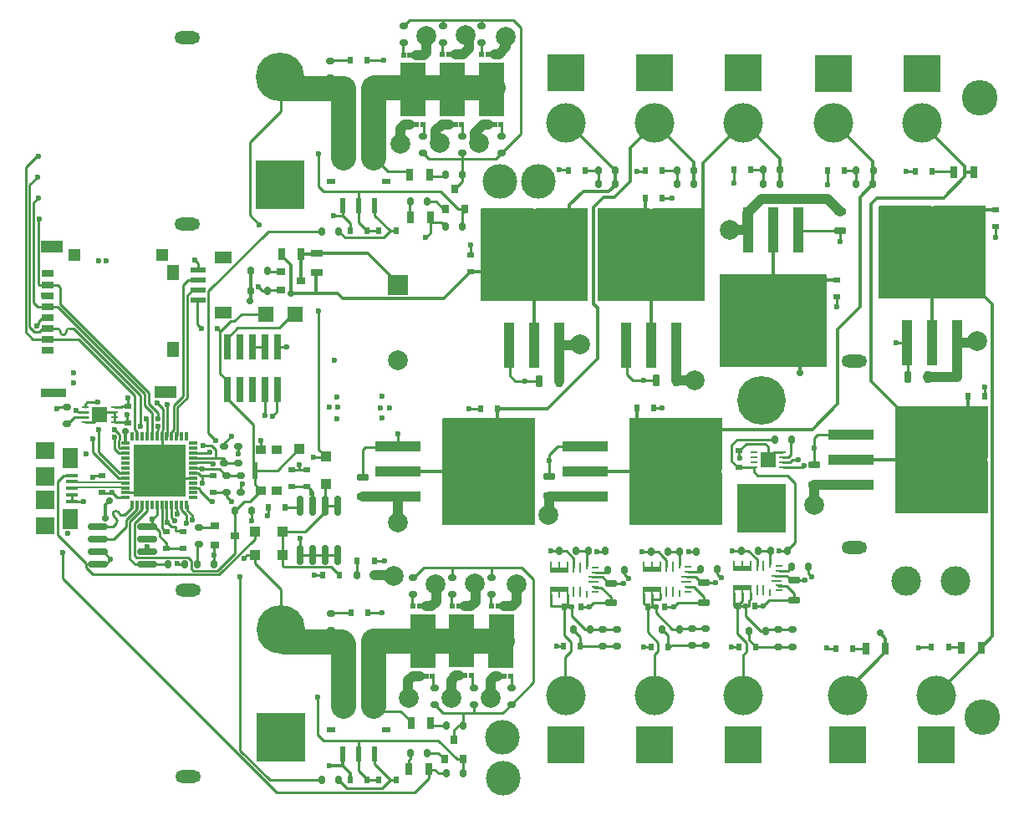
<source format=gbr>
%TF.GenerationSoftware,KiCad,Pcbnew,(6.0.10-0)*%
%TF.CreationDate,2023-03-03T19:39:16-08:00*%
%TF.ProjectId,1.0,312e302e-6b69-4636-9164-5f7063625858,rev?*%
%TF.SameCoordinates,Original*%
%TF.FileFunction,Copper,L1,Top*%
%TF.FilePolarity,Positive*%
%FSLAX46Y46*%
G04 Gerber Fmt 4.6, Leading zero omitted, Abs format (unit mm)*
G04 Created by KiCad (PCBNEW (6.0.10-0)) date 2023-03-03 19:39:16*
%MOMM*%
%LPD*%
G01*
G04 APERTURE LIST*
G04 Aperture macros list*
%AMRoundRect*
0 Rectangle with rounded corners*
0 $1 Rounding radius*
0 $2 $3 $4 $5 $6 $7 $8 $9 X,Y pos of 4 corners*
0 Add a 4 corners polygon primitive as box body*
4,1,4,$2,$3,$4,$5,$6,$7,$8,$9,$2,$3,0*
0 Add four circle primitives for the rounded corners*
1,1,$1+$1,$2,$3*
1,1,$1+$1,$4,$5*
1,1,$1+$1,$6,$7*
1,1,$1+$1,$8,$9*
0 Add four rect primitives between the rounded corners*
20,1,$1+$1,$2,$3,$4,$5,0*
20,1,$1+$1,$4,$5,$6,$7,0*
20,1,$1+$1,$6,$7,$8,$9,0*
20,1,$1+$1,$8,$9,$2,$3,0*%
%AMFreePoly0*
4,1,37,1.753536,1.228536,1.755000,1.225000,1.755000,0.725000,1.753536,0.721464,1.750000,0.720000,1.345000,0.720000,1.345000,0.580000,1.750000,0.580000,1.753536,0.578536,1.755000,0.575000,1.755000,0.075000,1.753536,0.071464,1.750000,0.070000,1.345000,0.070000,1.345000,-0.070000,1.750000,-0.070000,1.753536,-0.071464,1.755000,-0.075000,1.755000,-0.575000,1.753536,-0.578536,
1.750000,-0.580000,1.345000,-0.580000,1.345000,-0.720000,1.750000,-0.720000,1.753536,-0.721464,1.755000,-0.725000,1.755000,-1.225000,1.753536,-1.228536,1.750000,-1.230000,-0.560000,-1.230000,-0.563536,-1.228536,-0.565000,-1.225000,-0.565000,1.225000,-0.563536,1.228536,-0.560000,1.230000,1.750000,1.230000,1.753536,1.228536,1.753536,1.228536,$1*%
G04 Aperture macros list end*
%TA.AperFunction,ComponentPad*%
%ADD10C,3.600000*%
%TD*%
%TA.AperFunction,ComponentPad*%
%ADD11R,3.800000X3.800000*%
%TD*%
%TA.AperFunction,ComponentPad*%
%ADD12C,4.000000*%
%TD*%
%TA.AperFunction,SMDPad,CuDef*%
%ADD13R,0.600000X0.800000*%
%TD*%
%TA.AperFunction,SMDPad,CuDef*%
%ADD14RoundRect,0.150000X-0.250000X0.150000X-0.250000X-0.150000X0.250000X-0.150000X0.250000X0.150000X0*%
%TD*%
%TA.AperFunction,SMDPad,CuDef*%
%ADD15R,0.800000X0.600000*%
%TD*%
%TA.AperFunction,SMDPad,CuDef*%
%ADD16R,0.700000X1.200000*%
%TD*%
%TA.AperFunction,SMDPad,CuDef*%
%ADD17R,1.100000X1.100000*%
%TD*%
%TA.AperFunction,SMDPad,CuDef*%
%ADD18RoundRect,0.150000X0.150000X0.250000X-0.150000X0.250000X-0.150000X-0.250000X0.150000X-0.250000X0*%
%TD*%
%TA.AperFunction,SMDPad,CuDef*%
%ADD19RoundRect,0.175000X0.425000X-0.175000X0.425000X0.175000X-0.425000X0.175000X-0.425000X-0.175000X0*%
%TD*%
%TA.AperFunction,ComponentPad*%
%ADD20R,1.500000X1.500000*%
%TD*%
%TA.AperFunction,SMDPad,CuDef*%
%ADD21R,1.800000X1.200000*%
%TD*%
%TA.AperFunction,SMDPad,CuDef*%
%ADD22R,1.550000X0.600000*%
%TD*%
%TA.AperFunction,SMDPad,CuDef*%
%ADD23RoundRect,0.175000X-0.425000X0.175000X-0.425000X-0.175000X0.425000X-0.175000X0.425000X0.175000X0*%
%TD*%
%TA.AperFunction,SMDPad,CuDef*%
%ADD24R,0.900000X0.800000*%
%TD*%
%TA.AperFunction,SMDPad,CuDef*%
%ADD25R,1.100000X4.600000*%
%TD*%
%TA.AperFunction,SMDPad,CuDef*%
%ADD26R,5.250000X4.550000*%
%TD*%
%TA.AperFunction,SMDPad,CuDef*%
%ADD27R,10.800000X9.400000*%
%TD*%
%TA.AperFunction,SMDPad,CuDef*%
%ADD28R,0.500000X0.630000*%
%TD*%
%TA.AperFunction,SMDPad,CuDef*%
%ADD29FreePoly0,90.000000*%
%TD*%
%TA.AperFunction,SMDPad,CuDef*%
%ADD30FreePoly0,270.000000*%
%TD*%
%TA.AperFunction,SMDPad,CuDef*%
%ADD31R,0.500000X1.600000*%
%TD*%
%TA.AperFunction,SMDPad,CuDef*%
%ADD32R,0.900000X0.600000*%
%TD*%
%TA.AperFunction,SMDPad,CuDef*%
%ADD33R,1.800000X1.700000*%
%TD*%
%TA.AperFunction,SMDPad,CuDef*%
%ADD34RoundRect,0.150000X-0.150000X-0.250000X0.150000X-0.250000X0.150000X0.250000X-0.150000X0.250000X0*%
%TD*%
%TA.AperFunction,SMDPad,CuDef*%
%ADD35R,0.800000X0.900000*%
%TD*%
%TA.AperFunction,SMDPad,CuDef*%
%ADD36RoundRect,0.150000X0.250000X-0.150000X0.250000X0.150000X-0.250000X0.150000X-0.250000X-0.150000X0*%
%TD*%
%TA.AperFunction,ComponentPad*%
%ADD37C,3.000000*%
%TD*%
%TA.AperFunction,SMDPad,CuDef*%
%ADD38RoundRect,0.175000X0.175000X0.425000X-0.175000X0.425000X-0.175000X-0.425000X0.175000X-0.425000X0*%
%TD*%
%TA.AperFunction,SMDPad,CuDef*%
%ADD39R,0.760000X2.600000*%
%TD*%
%TA.AperFunction,SMDPad,CuDef*%
%ADD40R,1.000000X0.900000*%
%TD*%
%TA.AperFunction,SMDPad,CuDef*%
%ADD41R,0.550000X1.700000*%
%TD*%
%TA.AperFunction,ComponentPad*%
%ADD42O,2.600000X1.300000*%
%TD*%
%TA.AperFunction,ComponentPad*%
%ADD43R,4.916000X4.916000*%
%TD*%
%TA.AperFunction,ComponentPad*%
%ADD44C,4.916000*%
%TD*%
%TA.AperFunction,SMDPad,CuDef*%
%ADD45R,1.000000X1.000000*%
%TD*%
%TA.AperFunction,SMDPad,CuDef*%
%ADD46R,0.850000X0.300000*%
%TD*%
%TA.AperFunction,SMDPad,CuDef*%
%ADD47R,0.300000X0.850000*%
%TD*%
%TA.AperFunction,SMDPad,CuDef*%
%ADD48R,5.250000X5.250000*%
%TD*%
%TA.AperFunction,SMDPad,CuDef*%
%ADD49R,4.600000X1.100000*%
%TD*%
%TA.AperFunction,SMDPad,CuDef*%
%ADD50R,4.550000X5.250000*%
%TD*%
%TA.AperFunction,SMDPad,CuDef*%
%ADD51R,9.400000X10.800000*%
%TD*%
%TA.AperFunction,SMDPad,CuDef*%
%ADD52R,0.757199X0.254800*%
%TD*%
%TA.AperFunction,SMDPad,CuDef*%
%ADD53R,1.600200X1.600200*%
%TD*%
%TA.AperFunction,SMDPad,CuDef*%
%ADD54RoundRect,0.150000X0.825000X0.150000X-0.825000X0.150000X-0.825000X-0.150000X0.825000X-0.150000X0*%
%TD*%
%TA.AperFunction,SMDPad,CuDef*%
%ADD55R,0.250000X0.800000*%
%TD*%
%TA.AperFunction,SMDPad,CuDef*%
%ADD56R,0.250000X1.100000*%
%TD*%
%TA.AperFunction,SMDPad,CuDef*%
%ADD57R,1.950000X0.600000*%
%TD*%
%TA.AperFunction,SMDPad,CuDef*%
%ADD58R,0.250000X0.700000*%
%TD*%
%TA.AperFunction,SMDPad,CuDef*%
%ADD59R,0.700000X0.250000*%
%TD*%
%TA.AperFunction,SMDPad,CuDef*%
%ADD60R,1.100000X0.250000*%
%TD*%
%TA.AperFunction,SMDPad,CuDef*%
%ADD61R,1.200000X0.700000*%
%TD*%
%TA.AperFunction,SMDPad,CuDef*%
%ADD62R,2.200000X1.150000*%
%TD*%
%TA.AperFunction,SMDPad,CuDef*%
%ADD63R,1.150000X1.500000*%
%TD*%
%TA.AperFunction,SMDPad,CuDef*%
%ADD64R,2.500000X0.950000*%
%TD*%
%TA.AperFunction,SMDPad,CuDef*%
%ADD65R,1.240000X0.800000*%
%TD*%
%TA.AperFunction,SMDPad,CuDef*%
%ADD66R,1.250000X1.250000*%
%TD*%
%TA.AperFunction,SMDPad,CuDef*%
%ADD67R,1.200000X1.200000*%
%TD*%
%TA.AperFunction,ComponentPad*%
%ADD68R,2.000000X2.000000*%
%TD*%
%TA.AperFunction,ComponentPad*%
%ADD69C,2.000000*%
%TD*%
%TA.AperFunction,SMDPad,CuDef*%
%ADD70R,1.900000X1.800000*%
%TD*%
%TA.AperFunction,SMDPad,CuDef*%
%ADD71R,1.900000X1.900000*%
%TD*%
%TA.AperFunction,SMDPad,CuDef*%
%ADD72R,1.600000X2.100000*%
%TD*%
%TA.AperFunction,SMDPad,CuDef*%
%ADD73R,1.300000X0.400000*%
%TD*%
%TA.AperFunction,SMDPad,CuDef*%
%ADD74RoundRect,0.150000X-0.150000X0.825000X-0.150000X-0.825000X0.150000X-0.825000X0.150000X0.825000X0*%
%TD*%
%TA.AperFunction,ViaPad*%
%ADD75C,0.600000*%
%TD*%
%TA.AperFunction,ViaPad*%
%ADD76C,3.500000*%
%TD*%
%TA.AperFunction,ViaPad*%
%ADD77C,2.000000*%
%TD*%
%TA.AperFunction,ViaPad*%
%ADD78C,0.700000*%
%TD*%
%TA.AperFunction,Conductor*%
%ADD79C,0.250000*%
%TD*%
%TA.AperFunction,Conductor*%
%ADD80C,0.350000*%
%TD*%
%TA.AperFunction,Conductor*%
%ADD81C,1.000000*%
%TD*%
%TA.AperFunction,Conductor*%
%ADD82C,2.500000*%
%TD*%
%TA.AperFunction,Conductor*%
%ADD83C,0.200000*%
%TD*%
G04 APERTURE END LIST*
D10*
%TO.P,U28,1*%
%TO.N,N/C*%
X247150000Y-108675000D03*
%TD*%
D11*
%TO.P,U22,1,-*%
%TO.N,GND*%
X223200000Y-106150000D03*
D12*
%TO.P,U22,2,+*%
%TO.N,5V_3*%
X223200000Y-111150000D03*
%TD*%
D13*
%TO.P,C22,1*%
%TO.N,5V_2*%
X198275000Y-140107500D03*
%TO.P,C22,2*%
%TO.N,GND*%
X196575000Y-140107500D03*
%TD*%
D14*
%TO.P,R18,1*%
%TO.N,/batt_ctl/BATT_1_VSENSE*%
X170850000Y-146900000D03*
%TO.P,R18,2*%
%TO.N,GNDD*%
X170850000Y-148600000D03*
%TD*%
D15*
%TO.P,C29,1*%
%TO.N,GND*%
X222790000Y-144375000D03*
%TO.P,C29,2*%
%TO.N,3-3V_1*%
X222790000Y-146075000D03*
%TD*%
D13*
%TO.P,D16,1,K*%
%TO.N,GND*%
X232575000Y-164425000D03*
%TO.P,D16,2,A*%
%TO.N,Net-(D16-Pad2)*%
X234275000Y-164425000D03*
%TD*%
%TO.P,D15,1,K*%
%TO.N,GND*%
X240600000Y-116125000D03*
%TO.P,D15,2,A*%
%TO.N,Net-(D15-Pad2)*%
X242300000Y-116125000D03*
%TD*%
D16*
%TO.P,R51,1*%
%TO.N,+5V*%
X176425000Y-124450000D03*
%TO.P,R51,2*%
%TO.N,Net-(Q8-Pad3)*%
X178425000Y-124450000D03*
%TD*%
D17*
%TO.P,D2,1,K*%
%TO.N,Net-(C33-Pad2)*%
X176500000Y-155000000D03*
%TO.P,D2,2,A*%
%TO.N,BATT_1_PWR*%
X173700000Y-155000000D03*
%TD*%
D18*
%TO.P,R1,1*%
%TO.N,+3V3*%
X166650000Y-155850000D03*
%TO.P,R1,2*%
%TO.N,/processor/FLASH_CS*%
X164950000Y-155850000D03*
%TD*%
%TO.P,R45,1*%
%TO.N,+5V*%
X210250000Y-115973750D03*
%TO.P,R45,2*%
%TO.N,Net-(D9-Pad2)*%
X208550000Y-115973750D03*
%TD*%
D13*
%TO.P,C20,1*%
%TO.N,5V_3*%
X213250000Y-118805000D03*
%TO.P,C20,2*%
%TO.N,GND*%
X214950000Y-118805000D03*
%TD*%
D11*
%TO.P,U35,1*%
%TO.N,N/C*%
X232300000Y-106170000D03*
D12*
%TO.P,U35,2*%
X232300000Y-111170000D03*
%TD*%
D16*
%TO.P,R25,1*%
%TO.N,/batt_ctl/BATT_2_CTL*%
X191500000Y-120725000D03*
%TO.P,R25,2*%
%TO.N,Net-(R25-Pad2)*%
X189500000Y-120725000D03*
%TD*%
D13*
%TO.P,C14,1*%
%TO.N,3-3V_1*%
X222630000Y-160155000D03*
%TO.P,C14,2*%
%TO.N,GND*%
X224330000Y-160155000D03*
%TD*%
D18*
%TO.P,R66,1*%
%TO.N,5V_4*%
X236340000Y-117410000D03*
%TO.P,R66,2*%
%TO.N,Net-(D13-Pad2)*%
X234640000Y-117410000D03*
%TD*%
D15*
%TO.P,C32,1*%
%TO.N,+3V3*%
X158200000Y-148650000D03*
%TO.P,C32,2*%
%TO.N,GNDD*%
X158200000Y-146950000D03*
%TD*%
D19*
%TO.P,C37,1*%
%TO.N,+BATT*%
X203510000Y-148960000D03*
%TO.P,C37,2*%
%TO.N,GND*%
X203510000Y-146960000D03*
%TD*%
D20*
%TO.P,P2,1,1*%
%TO.N,/~{RESET_RAW}*%
X174800000Y-130600000D03*
%TD*%
D11*
%TO.P,U17,1,-*%
%TO.N,GND*%
X223200000Y-174150000D03*
D12*
%TO.P,U17,2,+*%
%TO.N,3-3V_1*%
X223200000Y-169150000D03*
%TD*%
D16*
%TO.P,R69,1*%
%TO.N,Net-(D15-Pad2)*%
X244550000Y-116150000D03*
%TO.P,R69,2*%
%TO.N,12V_2*%
X246550000Y-116150000D03*
%TD*%
D19*
%TO.P,C19,1*%
%TO.N,+BATT*%
X184625000Y-149075000D03*
%TO.P,C19,2*%
%TO.N,GND*%
X184625000Y-147075000D03*
%TD*%
D14*
%TO.P,R59,1*%
%TO.N,3-3V_3*%
X208995000Y-162525000D03*
%TO.P,R59,2*%
%TO.N,Net-(D6-Pad2)*%
X208995000Y-164225000D03*
%TD*%
D21*
%TO.P,J1,*%
%TO.N,*%
X170477500Y-124800000D03*
X170477500Y-130400000D03*
D22*
%TO.P,J1,1*%
%TO.N,/~{RESET_RAW}*%
X167952500Y-129100000D03*
%TO.P,J1,2*%
%TO.N,/SERIAL1_TX*%
X167952500Y-128100000D03*
%TO.P,J1,3*%
%TO.N,/SERIAL1_RX*%
X167952500Y-127100000D03*
%TO.P,J1,4*%
%TO.N,GNDD*%
X167952500Y-126100000D03*
%TD*%
D23*
%TO.P,C25,1*%
%TO.N,+BATT*%
X232990000Y-120140000D03*
%TO.P,C25,2*%
%TO.N,GND*%
X232990000Y-122140000D03*
%TD*%
D24*
%TO.P,Q1,1,B*%
%TO.N,Net-(Q1-Pad1)*%
X169675000Y-152025000D03*
%TO.P,Q1,2,E*%
%TO.N,GNDD*%
X169675000Y-153925000D03*
%TO.P,Q1,3,C*%
%TO.N,/~{RESET_RAW}*%
X171675000Y-152975000D03*
%TD*%
D25*
%TO.P,U12,1,ADJ*%
%TO.N,GND*%
X228740000Y-122065000D03*
D26*
%TO.P,U12,2,VOUT*%
%TO.N,12V_3*%
X223425000Y-128790000D03*
D27*
X226200000Y-131215000D03*
D26*
X228975000Y-133640000D03*
X228975000Y-128790000D03*
X223425000Y-133640000D03*
D25*
X226200000Y-122065000D03*
%TO.P,U12,3,VIN*%
%TO.N,+BATT*%
X223660000Y-122065000D03*
%TD*%
D11*
%TO.P,U20,1,-*%
%TO.N,GND*%
X205200000Y-106150000D03*
D12*
%TO.P,U20,2,+*%
%TO.N,+5V*%
X205200000Y-111150000D03*
%TD*%
D28*
%TO.P,Q10,1,S*%
%TO.N,+BATT*%
X190075000Y-111322500D03*
X188775000Y-111322500D03*
X189425000Y-111322500D03*
%TO.P,Q10,2,G*%
%TO.N,Net-(Q10-Pad2)*%
X190725000Y-111322500D03*
D29*
%TO.P,Q10,3,D*%
%TO.N,Net-(Q10-Pad3)*%
X189750000Y-109887500D03*
%TD*%
D18*
%TO.P,R28,1*%
%TO.N,Net-(Q7-Pad3)*%
X194725000Y-116425000D03*
%TO.P,R28,2*%
%TO.N,Net-(R27-Pad1)*%
X193025000Y-116425000D03*
%TD*%
D28*
%TO.P,Q13,1,S*%
%TO.N,+BATT*%
X198350000Y-160165000D03*
X199650000Y-160165000D03*
X199000000Y-160165000D03*
%TO.P,Q13,2,G*%
%TO.N,Net-(Q13-Pad2)*%
X197700000Y-160165000D03*
D30*
%TO.P,Q13,3,D*%
%TO.N,Net-(Q13-Pad3)*%
X198675000Y-161600000D03*
%TD*%
D18*
%TO.P,R44,1*%
%TO.N,+5V*%
X210250000Y-117373750D03*
%TO.P,R44,2*%
%TO.N,Net-(D9-Pad2)*%
X208550000Y-117373750D03*
%TD*%
%TO.P,R10,1*%
%TO.N,Net-(Q2-Pad1)*%
X191200000Y-175000000D03*
%TO.P,R10,2*%
%TO.N,Net-(R10-Pad2)*%
X189500000Y-175000000D03*
%TD*%
D14*
%TO.P,R55,1*%
%TO.N,Net-(Q10-Pad2)*%
X190775000Y-112525000D03*
%TO.P,R55,2*%
%TO.N,Net-(Q7-Pad3)*%
X190775000Y-114225000D03*
%TD*%
D31*
%TO.P,U2,1,VCC*%
%TO.N,+3V3*%
X182650000Y-175150000D03*
%TO.P,U2,2,GND*%
%TO.N,GNDD*%
X184250000Y-175150000D03*
%TO.P,U2,3,VOUT*%
%TO.N,Net-(C4-Pad2)*%
X185850000Y-175150000D03*
D32*
%TO.P,U2,4,NC*%
%TO.N,unconnected-(U2-Pad4)*%
X187050000Y-172650000D03*
D33*
%TO.P,U2,5,IP+*%
%TO.N,Net-(Q13-Pad3)*%
X185750000Y-170300000D03*
%TO.P,U2,6,IP-*%
%TO.N,BATT_1_PWR*%
X182750000Y-170300000D03*
D32*
%TO.P,U2,7,NC*%
%TO.N,unconnected-(U2-Pad7)*%
X181450000Y-172650000D03*
%TD*%
D34*
%TO.P,R7,1*%
%TO.N,/batt_ctl/BATT_1_CURR*%
X180500000Y-177750000D03*
%TO.P,R7,2*%
%TO.N,Net-(C4-Pad2)*%
X182200000Y-177750000D03*
%TD*%
D13*
%TO.P,D9,1,K*%
%TO.N,GND*%
X205450000Y-115973750D03*
%TO.P,D9,2,A*%
%TO.N,Net-(D9-Pad2)*%
X207150000Y-115973750D03*
%TD*%
D18*
%TO.P,R12,1*%
%TO.N,Net-(Q2-Pad3)*%
X194825000Y-172200000D03*
%TO.P,R12,2*%
%TO.N,Net-(R11-Pad1)*%
X193125000Y-172200000D03*
%TD*%
D15*
%TO.P,C28,1*%
%TO.N,+12V*%
X248740000Y-119965000D03*
%TO.P,C28,2*%
%TO.N,GND*%
X248740000Y-121665000D03*
%TD*%
D25*
%TO.P,U7,1,ADJ*%
%TO.N,GND*%
X211335000Y-133675000D03*
D26*
%TO.P,U7,2,VOUT*%
%TO.N,5V_3*%
X216650000Y-126950000D03*
D27*
X213875000Y-124525000D03*
D26*
X216650000Y-122100000D03*
D25*
X213875000Y-133675000D03*
D26*
X211100000Y-122100000D03*
X211100000Y-126950000D03*
D25*
%TO.P,U7,3,VIN*%
%TO.N,+BATT*%
X216415000Y-133675000D03*
%TD*%
D14*
%TO.P,R19,1*%
%TO.N,BATT_2_PWR*%
X172000000Y-143950000D03*
%TO.P,R19,2*%
%TO.N,/batt_ctl/BATT_2_VSENSE*%
X172000000Y-145650000D03*
%TD*%
D15*
%TO.P,C2,1*%
%TO.N,Net-(C2-Pad1)*%
X164775000Y-152625000D03*
%TO.P,C2,2*%
%TO.N,GNDD*%
X164775000Y-154325000D03*
%TD*%
D20*
%TO.P,P1,1,1*%
%TO.N,Net-(P1-Pad1)*%
X177775000Y-130600000D03*
%TD*%
D13*
%TO.P,C33,1*%
%TO.N,GNDD*%
X180625000Y-157025000D03*
%TO.P,C33,2*%
%TO.N,Net-(C33-Pad2)*%
X182325000Y-157025000D03*
%TD*%
%TO.P,C34,1*%
%TO.N,Net-(C34-Pad1)*%
X176750000Y-150100000D03*
%TO.P,C34,2*%
%TO.N,GNDD*%
X175050000Y-150100000D03*
%TD*%
D16*
%TO.P,R68,1*%
%TO.N,Net-(D14-Pad2)*%
X245285000Y-164320000D03*
%TO.P,R68,2*%
%TO.N,+12V*%
X247285000Y-164320000D03*
%TD*%
D28*
%TO.P,Q14,1,S*%
%TO.N,+BATT*%
X198975000Y-167200000D03*
X197675000Y-167200000D03*
X198325000Y-167200000D03*
%TO.P,Q14,2,G*%
%TO.N,Net-(Q14-Pad2)*%
X199625000Y-167200000D03*
D29*
%TO.P,Q14,3,D*%
%TO.N,Net-(Q13-Pad3)*%
X198650000Y-165765000D03*
%TD*%
D13*
%TO.P,D14,1,K*%
%TO.N,GND*%
X242266000Y-164298000D03*
%TO.P,D14,2,A*%
%TO.N,Net-(D14-Pad2)*%
X243966000Y-164298000D03*
%TD*%
D14*
%TO.P,R63,1*%
%TO.N,Net-(Q14-Pad2)*%
X199700000Y-168400000D03*
%TO.P,R63,2*%
%TO.N,Net-(Q2-Pad3)*%
X199700000Y-170100000D03*
%TD*%
D35*
%TO.P,Q7,1,B*%
%TO.N,Net-(Q7-Pad1)*%
X193050000Y-119875000D03*
%TO.P,Q7,2,E*%
%TO.N,GNDD*%
X194950000Y-119875000D03*
%TO.P,Q7,3,C*%
%TO.N,Net-(Q7-Pad3)*%
X194000000Y-117875000D03*
%TD*%
D11*
%TO.P,U23,1,-*%
%TO.N,GND*%
X242725000Y-174150000D03*
D12*
%TO.P,U23,2,+*%
%TO.N,+12V*%
X242725000Y-169150000D03*
%TD*%
D36*
%TO.P,R57,1*%
%TO.N,Net-(Q12-Pad2)*%
X192750000Y-103075000D03*
%TO.P,R57,2*%
%TO.N,Net-(Q7-Pad3)*%
X192750000Y-101375000D03*
%TD*%
D18*
%TO.P,R60,1*%
%TO.N,5V_3*%
X226900000Y-117360000D03*
%TO.P,R60,2*%
%TO.N,Net-(D11-Pad2)*%
X225200000Y-117360000D03*
%TD*%
D37*
%TO.P,C5,1*%
%TO.N,+BATT*%
X244725000Y-157550000D03*
%TO.P,C5,2*%
%TO.N,GND*%
X239725000Y-157600000D03*
%TD*%
D38*
%TO.P,C18,1*%
%TO.N,+BATT*%
X204550000Y-137325000D03*
%TO.P,C18,2*%
%TO.N,GND*%
X202550000Y-137325000D03*
%TD*%
D13*
%TO.P,C38,1*%
%TO.N,5V_4*%
X212450000Y-140100000D03*
%TO.P,C38,2*%
%TO.N,GND*%
X214150000Y-140100000D03*
%TD*%
D11*
%TO.P,U18,1,-*%
%TO.N,GND*%
X214200000Y-174150000D03*
D12*
%TO.P,U18,2,+*%
%TO.N,3-3V_2*%
X214200000Y-169150000D03*
%TD*%
D18*
%TO.P,R4,1*%
%TO.N,+3V3*%
X173400000Y-150450000D03*
%TO.P,R4,2*%
%TO.N,/~{RESET_RAW}*%
X171700000Y-150450000D03*
%TD*%
D36*
%TO.P,R20,1*%
%TO.N,/batt_ctl/BATT_2_VSENSE*%
X170600000Y-145650000D03*
%TO.P,R20,2*%
%TO.N,GNDD*%
X170600000Y-143950000D03*
%TD*%
D39*
%TO.P,U1,1,Vref*%
%TO.N,+3V3*%
X175990000Y-133910039D03*
%TO.P,U1,2,SWDIO/TMS*%
%TO.N,/SWDIO*%
X175990000Y-138210039D03*
%TO.P,U1,3,GND*%
%TO.N,GNDD*%
X174720000Y-133910039D03*
%TO.P,U1,4,SWDCLK/TCK*%
%TO.N,/SWCLK*%
X174720000Y-138210039D03*
%TO.P,U1,5,GND*%
%TO.N,GNDD*%
X173450000Y-133910039D03*
%TO.P,U1,6,SWO/TDO*%
%TO.N,unconnected-(U1-Pad6)*%
X173450000Y-138210039D03*
%TO.P,U1,7,KEY*%
%TO.N,unconnected-(U1-Pad7)*%
X172180000Y-133910039D03*
%TO.P,U1,8,NC/TDI*%
%TO.N,unconnected-(U1-Pad8)*%
X172180000Y-138210039D03*
%TO.P,U1,9,GNDDetect*%
%TO.N,Net-(P1-Pad1)*%
X170910000Y-133910039D03*
%TO.P,U1,10,~{RESET}*%
%TO.N,/~{RESET_RAW}*%
X170910000Y-138210039D03*
%TD*%
D18*
%TO.P,R32,1*%
%TO.N,3-3V_1*%
X227650000Y-154500000D03*
%TO.P,R32,2*%
%TO.N,Net-(R32-Pad2)*%
X225950000Y-154500000D03*
%TD*%
D14*
%TO.P,R54,1*%
%TO.N,Net-(Q9-Pad2)*%
X194725000Y-112550000D03*
%TO.P,R54,2*%
%TO.N,Net-(Q7-Pad3)*%
X194725000Y-114250000D03*
%TD*%
D16*
%TO.P,R27,1*%
%TO.N,Net-(R27-Pad1)*%
X191425000Y-116475000D03*
%TO.P,R27,2*%
%TO.N,Net-(Q10-Pad3)*%
X189425000Y-116475000D03*
%TD*%
D18*
%TO.P,R15,1*%
%TO.N,+BATT*%
X185800000Y-157000000D03*
%TO.P,R15,2*%
%TO.N,Net-(D5-Pad2)*%
X184100000Y-157000000D03*
%TD*%
%TO.P,R26,1*%
%TO.N,Net-(Q7-Pad1)*%
X191150000Y-119125000D03*
%TO.P,R26,2*%
%TO.N,Net-(R25-Pad2)*%
X189450000Y-119125000D03*
%TD*%
%TO.P,R61,1*%
%TO.N,5V_3*%
X226900000Y-115960000D03*
%TO.P,R61,2*%
%TO.N,Net-(D11-Pad2)*%
X225200000Y-115960000D03*
%TD*%
D25*
%TO.P,U10,1,ADJ*%
%TO.N,GND*%
X239810000Y-133425000D03*
%TO.P,U10,2,VOUT*%
%TO.N,+12V*%
X242350000Y-133425000D03*
D26*
X239575000Y-126700000D03*
X245125000Y-126700000D03*
X239575000Y-121850000D03*
X245125000Y-121850000D03*
D27*
X242350000Y-124275000D03*
D25*
%TO.P,U10,3,VIN*%
%TO.N,+BATT*%
X244890000Y-133425000D03*
%TD*%
D13*
%TO.P,C27,1*%
%TO.N,12V_2*%
X245950000Y-138900000D03*
%TO.P,C27,2*%
%TO.N,GND*%
X247650000Y-138900000D03*
%TD*%
%TO.P,C4,1*%
%TO.N,GNDD*%
X186300000Y-177750000D03*
%TO.P,C4,2*%
%TO.N,Net-(C4-Pad2)*%
X188000000Y-177750000D03*
%TD*%
D18*
%TO.P,R67,1*%
%TO.N,5V_4*%
X236350000Y-115990000D03*
%TO.P,R67,2*%
%TO.N,Net-(D13-Pad2)*%
X234650000Y-115990000D03*
%TD*%
D31*
%TO.P,U3,1,VCC*%
%TO.N,+3V3*%
X182650000Y-119575000D03*
%TO.P,U3,2,GND*%
%TO.N,GNDD*%
X184250000Y-119575000D03*
%TO.P,U3,3,VOUT*%
%TO.N,Net-(C8-Pad2)*%
X185850000Y-119575000D03*
D32*
%TO.P,U3,4,NC*%
%TO.N,unconnected-(U3-Pad4)*%
X187050000Y-117075000D03*
D33*
%TO.P,U3,5,IP+*%
%TO.N,Net-(Q10-Pad3)*%
X185750000Y-114725000D03*
%TO.P,U3,6,IP-*%
%TO.N,BATT_2_PWR*%
X182750000Y-114725000D03*
D32*
%TO.P,U3,7,NC*%
%TO.N,unconnected-(U3-Pad7)*%
X181450000Y-117075000D03*
%TD*%
D14*
%TO.P,R3,1*%
%TO.N,Net-(Q1-Pad1)*%
X168050000Y-152125000D03*
%TO.P,R3,2*%
%TO.N,/RESET*%
X168050000Y-153825000D03*
%TD*%
D18*
%TO.P,R35,1*%
%TO.N,Net-(R34-Pad2)*%
X215575000Y-154600000D03*
%TO.P,R35,2*%
%TO.N,GND*%
X213875000Y-154600000D03*
%TD*%
%TO.P,R31,1*%
%TO.N,+BATT*%
X211175000Y-156450000D03*
%TO.P,R31,2*%
%TO.N,Net-(R31-Pad2)*%
X209475000Y-156450000D03*
%TD*%
D40*
%TO.P,SW1,1,1*%
%TO.N,/~{RESET_RAW}*%
X174325000Y-148425000D03*
D41*
X173700000Y-146375000D03*
D40*
%TO.P,SW1,2,2*%
%TO.N,unconnected-(SW1-Pad2)*%
X175925000Y-148425000D03*
%TO.P,SW1,3,3*%
%TO.N,GNDD*%
X174325000Y-144325000D03*
%TO.P,SW1,4,4*%
%TO.N,unconnected-(SW1-Pad4)*%
X175925000Y-144325000D03*
%TD*%
D42*
%TO.P,U16,*%
%TO.N,*%
X166890000Y-121460000D03*
X166890000Y-102560000D03*
D43*
%TO.P,U16,1,-*%
%TO.N,GND*%
X176290000Y-117460000D03*
D44*
%TO.P,U16,2,+*%
%TO.N,BATT_2_PWR*%
X176290000Y-106560000D03*
%TD*%
D18*
%TO.P,R46,1*%
%TO.N,5V_2*%
X218200000Y-117410000D03*
%TO.P,R46,2*%
%TO.N,Net-(D10-Pad2)*%
X216500000Y-117410000D03*
%TD*%
%TO.P,R48,1*%
%TO.N,Net-(R48-Pad1)*%
X228075000Y-143275000D03*
%TO.P,R48,2*%
%TO.N,3-3V_1*%
X226375000Y-143275000D03*
%TD*%
D13*
%TO.P,C7,1*%
%TO.N,GNDD*%
X185100000Y-122150000D03*
%TO.P,C7,2*%
%TO.N,+3V3*%
X183400000Y-122150000D03*
%TD*%
D18*
%TO.P,R50,1*%
%TO.N,Net-(Q8-Pad1)*%
X175000000Y-126200000D03*
%TO.P,R50,2*%
%TO.N,/BUZZER*%
X173300000Y-126200000D03*
%TD*%
%TO.P,R37,1*%
%TO.N,Net-(R36-Pad2)*%
X206275000Y-154548250D03*
%TO.P,R37,2*%
%TO.N,GND*%
X204575000Y-154548250D03*
%TD*%
D15*
%TO.P,C26,1*%
%TO.N,12V_3*%
X232640000Y-127115000D03*
%TO.P,C26,2*%
%TO.N,GND*%
X232640000Y-128815000D03*
%TD*%
D10*
%TO.P,U27,1*%
%TO.N,unconnected-(U27-Pad1)*%
X247400000Y-171400000D03*
%TD*%
D14*
%TO.P,R64,1*%
%TO.N,Net-(Q15-Pad2)*%
X198700000Y-112525000D03*
%TO.P,R64,2*%
%TO.N,Net-(Q7-Pad3)*%
X198700000Y-114225000D03*
%TD*%
D19*
%TO.P,C24,1*%
%TO.N,+BATT*%
X230375000Y-147820000D03*
%TO.P,C24,2*%
%TO.N,GND*%
X230375000Y-145820000D03*
%TD*%
D36*
%TO.P,R65,1*%
%TO.N,Net-(Q16-Pad2)*%
X196700000Y-103050000D03*
%TO.P,R65,2*%
%TO.N,Net-(Q7-Pad3)*%
X196700000Y-101350000D03*
%TD*%
%TO.P,R56,1*%
%TO.N,Net-(Q11-Pad2)*%
X188800000Y-103100000D03*
%TO.P,R56,2*%
%TO.N,Net-(Q7-Pad3)*%
X188800000Y-101400000D03*
%TD*%
D45*
%TO.P,TP1,1*%
%TO.N,/~{RESET_RAW}*%
X178225000Y-144175000D03*
%TD*%
D28*
%TO.P,Q15,1,S*%
%TO.N,+BATT*%
X198000000Y-111335000D03*
X197350000Y-111335000D03*
X196700000Y-111335000D03*
%TO.P,Q15,2,G*%
%TO.N,Net-(Q15-Pad2)*%
X198650000Y-111335000D03*
D29*
%TO.P,Q15,3,D*%
%TO.N,Net-(Q10-Pad3)*%
X197675000Y-109900000D03*
%TD*%
D16*
%TO.P,R8,1*%
%TO.N,/batt_ctl/BATT_1_CTL*%
X191350000Y-176600000D03*
%TO.P,R8,2*%
%TO.N,Net-(R10-Pad2)*%
X189350000Y-176600000D03*
%TD*%
D14*
%TO.P,R21,1*%
%TO.N,Net-(Q5-Pad2)*%
X191975000Y-168425000D03*
%TO.P,R21,2*%
%TO.N,Net-(Q2-Pad3)*%
X191975000Y-170125000D03*
%TD*%
D18*
%TO.P,R29,1*%
%TO.N,+BATT*%
X229750000Y-156150000D03*
%TO.P,R29,2*%
%TO.N,Net-(R29-Pad2)*%
X228050000Y-156150000D03*
%TD*%
D46*
%TO.P,IC2,1,PA00*%
%TO.N,unconnected-(IC2-Pad1)*%
X167500000Y-149150000D03*
%TO.P,IC2,2,PA01*%
%TO.N,unconnected-(IC2-Pad2)*%
X167500000Y-148650000D03*
%TO.P,IC2,3,PA02*%
%TO.N,/A0_SENSE*%
X167500000Y-148150000D03*
%TO.P,IC2,4,PA03*%
%TO.N,unconnected-(IC2-Pad4)*%
X167500000Y-147650000D03*
%TO.P,IC2,5,GNDANA*%
%TO.N,GNDD*%
X167500000Y-147150000D03*
%TO.P,IC2,6,VDDANA*%
%TO.N,+3V3*%
X167500000Y-146650000D03*
%TO.P,IC2,7,PB08*%
%TO.N,/batt_ctl/BATT_1_VSENSE*%
X167500000Y-146150000D03*
%TO.P,IC2,8,PB09*%
%TO.N,/batt_ctl/BATT_1_CURR*%
X167500000Y-145650000D03*
%TO.P,IC2,9,PA04*%
%TO.N,/batt_ctl/BATT_2_VSENSE*%
X167500000Y-145150000D03*
%TO.P,IC2,10,PA05*%
%TO.N,/batt_ctl/BATT_2_CURR*%
X167500000Y-144650000D03*
%TO.P,IC2,11,PA06*%
%TO.N,unconnected-(IC2-Pad11)*%
X167500000Y-144150000D03*
%TO.P,IC2,12,PA07*%
%TO.N,unconnected-(IC2-Pad12)*%
X167500000Y-143650000D03*
D47*
%TO.P,IC2,13,PA08*%
%TO.N,unconnected-(IC2-Pad13)*%
X166800000Y-142950000D03*
%TO.P,IC2,14,PA09*%
%TO.N,unconnected-(IC2-Pad14)*%
X166300000Y-142950000D03*
%TO.P,IC2,15,PA10*%
%TO.N,/SERIAL1_TX*%
X165800000Y-142950000D03*
%TO.P,IC2,16,PA11*%
%TO.N,/SERIAL1_RX*%
X165300000Y-142950000D03*
%TO.P,IC2,17,VDDIO_1*%
%TO.N,+3V3*%
X164800000Y-142950000D03*
%TO.P,IC2,18,GND_1*%
%TO.N,GNDD*%
X164300000Y-142950000D03*
%TO.P,IC2,19,PB10*%
%TO.N,/MOSI*%
X163800000Y-142950000D03*
%TO.P,IC2,20,PB11*%
%TO.N,/SCK*%
X163300000Y-142950000D03*
%TO.P,IC2,21,PA12*%
%TO.N,/MISO*%
X162800000Y-142950000D03*
%TO.P,IC2,22,PA13*%
%TO.N,unconnected-(IC2-Pad22)*%
X162300000Y-142950000D03*
%TO.P,IC2,23,PA14*%
%TO.N,/SD_CS*%
X161800000Y-142950000D03*
%TO.P,IC2,24,PA15*%
%TO.N,unconnected-(IC2-Pad24)*%
X161300000Y-142950000D03*
D46*
%TO.P,IC2,25,PA16*%
%TO.N,/BUZZER*%
X160600000Y-143650000D03*
%TO.P,IC2,26,PA17*%
%TO.N,/batt_ctl/BATT_2_CTL*%
X160600000Y-144150000D03*
%TO.P,IC2,27,PA18*%
%TO.N,/batt_ctl/BATT_1_CTL*%
X160600000Y-144650000D03*
%TO.P,IC2,28,PA19*%
%TO.N,unconnected-(IC2-Pad28)*%
X160600000Y-145150000D03*
%TO.P,IC2,29,PA20*%
%TO.N,unconnected-(IC2-Pad29)*%
X160600000Y-145650000D03*
%TO.P,IC2,30,PA21*%
%TO.N,unconnected-(IC2-Pad30)*%
X160600000Y-146150000D03*
%TO.P,IC2,31,PA22*%
%TO.N,/SDA*%
X160600000Y-146650000D03*
%TO.P,IC2,32,PA23*%
%TO.N,/SCL*%
X160600000Y-147150000D03*
%TO.P,IC2,33,PA24*%
%TO.N,/USB_D-*%
X160600000Y-147650000D03*
%TO.P,IC2,34,PA25*%
%TO.N,/USB_D+*%
X160600000Y-148150000D03*
%TO.P,IC2,35,GND_2*%
%TO.N,GNDD*%
X160600000Y-148650000D03*
%TO.P,IC2,36,VDDIO_2*%
%TO.N,+3V3*%
X160600000Y-149150000D03*
D47*
%TO.P,IC2,37,PB22*%
%TO.N,/processor/FLASH_MOSI*%
X161300000Y-149850000D03*
%TO.P,IC2,38,PB23*%
%TO.N,/processor/FLASH_SCK*%
X161800000Y-149850000D03*
%TO.P,IC2,39,PA27*%
%TO.N,/processor/FLASH_CS*%
X162300000Y-149850000D03*
%TO.P,IC2,40,~{RESET}*%
%TO.N,/~{RESET_RAW}*%
X162800000Y-149850000D03*
%TO.P,IC2,41,PA28*%
%TO.N,unconnected-(IC2-Pad41)*%
X163300000Y-149850000D03*
%TO.P,IC2,42,GND_3*%
%TO.N,GNDD*%
X163800000Y-149850000D03*
%TO.P,IC2,43,VDDCORE*%
%TO.N,Net-(C2-Pad1)*%
X164300000Y-149850000D03*
%TO.P,IC2,44,VDDIN*%
%TO.N,+3V3*%
X164800000Y-149850000D03*
%TO.P,IC2,45,PA30*%
%TO.N,/SWCLK*%
X165300000Y-149850000D03*
%TO.P,IC2,46,PA31*%
%TO.N,/SWDIO*%
X165800000Y-149850000D03*
%TO.P,IC2,47,PB02*%
%TO.N,/A5_SENSE*%
X166300000Y-149850000D03*
%TO.P,IC2,48,PB03*%
%TO.N,/processor/FLASH_MISO*%
X166800000Y-149850000D03*
D48*
%TO.P,IC2,49,EP_GND*%
%TO.N,GNDD*%
X164050000Y-146400000D03*
%TD*%
D36*
%TO.P,R14,1*%
%TO.N,Net-(Q4-Pad2)*%
X189725000Y-158925000D03*
%TO.P,R14,2*%
%TO.N,Net-(Q2-Pad3)*%
X189725000Y-157225000D03*
%TD*%
D49*
%TO.P,U11,1,ADJ*%
%TO.N,GND*%
X234120000Y-142770000D03*
D50*
%TO.P,U11,2,VOUT*%
%TO.N,12V_2*%
X240845000Y-148085000D03*
X240845000Y-142535000D03*
X245695000Y-142535000D03*
D51*
X243270000Y-145310000D03*
D50*
X245695000Y-148085000D03*
D49*
X234120000Y-145310000D03*
%TO.P,U11,3,VIN*%
%TO.N,+BATT*%
X234120000Y-147850000D03*
%TD*%
D35*
%TO.P,Q2,1,B*%
%TO.N,Net-(Q2-Pad1)*%
X192950000Y-175650000D03*
%TO.P,Q2,2,E*%
%TO.N,GNDD*%
X194850000Y-175650000D03*
%TO.P,Q2,3,C*%
%TO.N,Net-(Q2-Pad3)*%
X193900000Y-173650000D03*
%TD*%
D28*
%TO.P,Q12,1,S*%
%TO.N,+BATT*%
X193375000Y-104277500D03*
X194025000Y-104277500D03*
X194675000Y-104277500D03*
%TO.P,Q12,2,G*%
%TO.N,Net-(Q12-Pad2)*%
X192725000Y-104277500D03*
D30*
%TO.P,Q12,3,D*%
%TO.N,Net-(Q10-Pad3)*%
X193700000Y-105712500D03*
%TD*%
D52*
%TO.P,U13,1,SDA*%
%TO.N,/SDA*%
X227190800Y-146050001D03*
%TO.P,U13,2,SCL*%
%TO.N,/SCL*%
X227190800Y-145550000D03*
%TO.P,U13,3,OS*%
%TO.N,Net-(R48-Pad1)*%
X227190800Y-145050000D03*
%TO.P,U13,4,GND*%
%TO.N,GND*%
X227190800Y-144549999D03*
%TO.P,U13,5,A2*%
%TO.N,unconnected-(U13-Pad5)*%
X224249200Y-144549999D03*
%TO.P,U13,6,A1*%
%TO.N,unconnected-(U13-Pad6)*%
X224249200Y-145050000D03*
%TO.P,U13,7,A0*%
%TO.N,unconnected-(U13-Pad7)*%
X224249200Y-145550000D03*
%TO.P,U13,8,VCC*%
%TO.N,3-3V_1*%
X224249200Y-146050001D03*
D53*
%TO.P,U13,9,EP_GND*%
%TO.N,GND*%
X225720000Y-145300000D03*
%TD*%
D38*
%TO.P,C17,1*%
%TO.N,+BATT*%
X216375000Y-137250000D03*
%TO.P,C17,2*%
%TO.N,GND*%
X214375000Y-137250000D03*
%TD*%
D15*
%TO.P,C1,1*%
%TO.N,+3V3*%
X166425000Y-152625000D03*
%TO.P,C1,2*%
%TO.N,GNDD*%
X166425000Y-154325000D03*
%TD*%
D54*
%TO.P,IC1,1,~{CS}*%
%TO.N,/processor/FLASH_CS*%
X162800000Y-155880000D03*
%TO.P,IC1,2,SO_(IO1)*%
%TO.N,/processor/FLASH_MISO*%
X162800000Y-154610000D03*
%TO.P,IC1,3,~{WP_(IO2)}*%
%TO.N,+3V3*%
X162800000Y-153340000D03*
%TO.P,IC1,4,VSS*%
%TO.N,GNDD*%
X162800000Y-152070000D03*
%TO.P,IC1,5,SI_(IO0)*%
%TO.N,/processor/FLASH_MOSI*%
X157850000Y-152070000D03*
%TO.P,IC1,6,SCLK*%
%TO.N,/processor/FLASH_SCK*%
X157850000Y-153340000D03*
%TO.P,IC1,7,~{HOLD_(IO3)}*%
%TO.N,+3V3*%
X157850000Y-154610000D03*
%TO.P,IC1,8,VCC*%
X157850000Y-155880000D03*
%TD*%
D14*
%TO.P,R43,1*%
%TO.N,3-3V_2*%
X219380000Y-162385000D03*
%TO.P,R43,2*%
%TO.N,Net-(D8-Pad2)*%
X219380000Y-164085000D03*
%TD*%
D13*
%TO.P,C15,1*%
%TO.N,3-3V_2*%
X213525000Y-160200000D03*
%TO.P,C15,2*%
%TO.N,GND*%
X215225000Y-160200000D03*
%TD*%
D23*
%TO.P,C13,1*%
%TO.N,+BATT*%
X209775000Y-157800000D03*
%TO.P,C13,2*%
%TO.N,GND*%
X209775000Y-159800000D03*
%TD*%
D13*
%TO.P,D13,1,K*%
%TO.N,GND*%
X231690000Y-116000000D03*
%TO.P,D13,2,A*%
%TO.N,Net-(D13-Pad2)*%
X233390000Y-116000000D03*
%TD*%
D14*
%TO.P,R42,1*%
%TO.N,3-3V_2*%
X217980000Y-162385000D03*
%TO.P,R42,2*%
%TO.N,Net-(D8-Pad2)*%
X217980000Y-164085000D03*
%TD*%
D18*
%TO.P,R23,1*%
%TO.N,GNDD*%
X194700000Y-121675000D03*
%TO.P,R23,2*%
%TO.N,/batt_ctl/BATT_2_CTL*%
X193000000Y-121675000D03*
%TD*%
D36*
%TO.P,R13,1*%
%TO.N,Net-(Q3-Pad2)*%
X193700000Y-158950000D03*
%TO.P,R13,2*%
%TO.N,Net-(Q2-Pad3)*%
X193700000Y-157250000D03*
%TD*%
D15*
%TO.P,C35,1*%
%TO.N,+3V3*%
X177475000Y-148000000D03*
%TO.P,C35,2*%
%TO.N,GNDD*%
X177475000Y-146300000D03*
%TD*%
D18*
%TO.P,R47,1*%
%TO.N,5V_2*%
X218200000Y-116010000D03*
%TO.P,R47,2*%
%TO.N,Net-(D10-Pad2)*%
X216500000Y-116010000D03*
%TD*%
D28*
%TO.P,Q3,1,S*%
%TO.N,+BATT*%
X194350000Y-160152500D03*
X195000000Y-160152500D03*
X195650000Y-160152500D03*
%TO.P,Q3,2,G*%
%TO.N,Net-(Q3-Pad2)*%
X193700000Y-160152500D03*
D30*
%TO.P,Q3,3,D*%
%TO.N,Net-(Q13-Pad3)*%
X194675000Y-161587500D03*
%TD*%
D55*
%TO.P,U4,1,FB*%
%TO.N,Net-(R32-Pad2)*%
X225900000Y-155900000D03*
D56*
%TO.P,U4,2,VCC*%
%TO.N,unconnected-(U4-Pad2)*%
X225250000Y-156050000D03*
%TO.P,U4,3,AGND*%
%TO.N,GND*%
X224600000Y-156050000D03*
D57*
%TO.P,U4,4,SW*%
%TO.N,unconnected-(U4-Pad4)*%
X223100000Y-156300000D03*
D58*
X223950000Y-155850000D03*
X222250000Y-155850000D03*
X223100000Y-155850000D03*
D57*
%TO.P,U4,9,OUT*%
%TO.N,3-3V_1*%
X223100000Y-158300000D03*
D58*
X223100000Y-158750000D03*
X222250000Y-158750000D03*
X223950000Y-158750000D03*
D56*
%TO.P,U4,10,NC*%
%TO.N,unconnected-(U4-Pad10)*%
X224600000Y-158550000D03*
%TO.P,U4,11,BST*%
%TO.N,unconnected-(U4-Pad11)*%
X225250000Y-158550000D03*
D58*
%TO.P,U4,12,PGND*%
%TO.N,unconnected-(U4-Pad12)*%
X225900000Y-158750000D03*
D59*
%TO.P,U4,13,PGND*%
%TO.N,unconnected-(U4-Pad13)*%
X226800000Y-158550000D03*
%TO.P,U4,14,PGND*%
%TO.N,GND*%
X226800000Y-158050000D03*
D60*
%TO.P,U4,15,NC*%
%TO.N,unconnected-(U4-Pad15)*%
X226600000Y-157550000D03*
%TO.P,U4,16,IN*%
%TO.N,+BATT*%
X226600000Y-157050000D03*
D59*
%TO.P,U4,17,EN*%
%TO.N,Net-(R29-Pad2)*%
X226800000Y-156550000D03*
%TO.P,U4,18,PG*%
%TO.N,unconnected-(U4-Pad18)*%
X226800000Y-156050000D03*
%TD*%
D15*
%TO.P,C21,1*%
%TO.N,+5V*%
X195560000Y-126275000D03*
%TO.P,C21,2*%
%TO.N,GND*%
X195560000Y-124575000D03*
%TD*%
D11*
%TO.P,U24,1,-*%
%TO.N,GND*%
X241280000Y-106170000D03*
D12*
%TO.P,U24,2,+*%
%TO.N,12V_2*%
X241280000Y-111170000D03*
%TD*%
D13*
%TO.P,D10,1,K*%
%TO.N,GND*%
X213250000Y-116010000D03*
%TO.P,D10,2,A*%
%TO.N,Net-(D10-Pad2)*%
X214950000Y-116010000D03*
%TD*%
D24*
%TO.P,Q8,1,B*%
%TO.N,Net-(Q8-Pad1)*%
X176350000Y-126250000D03*
%TO.P,Q8,2,E*%
%TO.N,GNDD*%
X176350000Y-128150000D03*
%TO.P,Q8,3,C*%
%TO.N,Net-(Q8-Pad3)*%
X178350000Y-127200000D03*
%TD*%
D18*
%TO.P,R36,1*%
%TO.N,3-3V_3*%
X209175000Y-154548250D03*
%TO.P,R36,2*%
%TO.N,Net-(R36-Pad2)*%
X207475000Y-154548250D03*
%TD*%
D36*
%TO.P,R62,1*%
%TO.N,Net-(Q13-Pad2)*%
X197700000Y-158975000D03*
%TO.P,R62,2*%
%TO.N,Net-(Q2-Pad3)*%
X197700000Y-157275000D03*
%TD*%
D13*
%TO.P,D6,1,K*%
%TO.N,GND*%
X204985000Y-164225000D03*
%TO.P,D6,2,A*%
%TO.N,Net-(D6-Pad2)*%
X206685000Y-164225000D03*
%TD*%
D11*
%TO.P,U25,1,-*%
%TO.N,GND*%
X233725000Y-174150000D03*
D12*
%TO.P,U25,2,+*%
%TO.N,12V_3*%
X233725000Y-169150000D03*
%TD*%
D17*
%TO.P,D1,1,K*%
%TO.N,Net-(C33-Pad2)*%
X176500000Y-152550000D03*
%TO.P,D1,2,A*%
%TO.N,VUSB*%
X173700000Y-152550000D03*
%TD*%
D16*
%TO.P,R11,1*%
%TO.N,Net-(R11-Pad1)*%
X191525000Y-172000000D03*
%TO.P,R11,2*%
%TO.N,Net-(Q13-Pad3)*%
X189525000Y-172000000D03*
%TD*%
D13*
%TO.P,D3,1,K*%
%TO.N,GND*%
X185150000Y-160800000D03*
%TO.P,D3,2,A*%
%TO.N,Net-(D3-Pad2)*%
X183450000Y-160800000D03*
%TD*%
%TO.P,C16,1*%
%TO.N,3-3V_3*%
X205030000Y-160230000D03*
%TO.P,C16,2*%
%TO.N,GND*%
X206730000Y-160230000D03*
%TD*%
D18*
%TO.P,R2,1*%
%TO.N,GNDD*%
X169575000Y-155875000D03*
%TO.P,R2,2*%
%TO.N,/RESET*%
X167875000Y-155875000D03*
%TD*%
D14*
%TO.P,R40,1*%
%TO.N,3-3V_1*%
X226750000Y-162535000D03*
%TO.P,R40,2*%
%TO.N,Net-(D7-Pad2)*%
X226750000Y-164235000D03*
%TD*%
D55*
%TO.P,U6,1,FB*%
%TO.N,Net-(R36-Pad2)*%
X207325000Y-156050000D03*
D56*
%TO.P,U6,2,VCC*%
%TO.N,unconnected-(U6-Pad2)*%
X206675000Y-156200000D03*
%TO.P,U6,3,AGND*%
%TO.N,GND*%
X206025000Y-156200000D03*
D58*
%TO.P,U6,4,SW*%
%TO.N,unconnected-(U6-Pad4)*%
X204525000Y-156000000D03*
X203675000Y-156000000D03*
D57*
X204525000Y-156450000D03*
D58*
X205375000Y-156000000D03*
%TO.P,U6,9,OUT*%
%TO.N,3-3V_3*%
X204525000Y-158900000D03*
X205375000Y-158900000D03*
X203675000Y-158900000D03*
D57*
X204525000Y-158450000D03*
D56*
%TO.P,U6,10,NC*%
%TO.N,unconnected-(U6-Pad10)*%
X206025000Y-158700000D03*
%TO.P,U6,11,BST*%
%TO.N,unconnected-(U6-Pad11)*%
X206675000Y-158700000D03*
D58*
%TO.P,U6,12,PGND*%
%TO.N,unconnected-(U6-Pad12)*%
X207325000Y-158900000D03*
D59*
%TO.P,U6,13,PGND*%
%TO.N,unconnected-(U6-Pad13)*%
X208225000Y-158700000D03*
%TO.P,U6,14,PGND*%
%TO.N,GND*%
X208225000Y-158200000D03*
D60*
%TO.P,U6,15,NC*%
%TO.N,unconnected-(U6-Pad15)*%
X208025000Y-157700000D03*
%TO.P,U6,16,IN*%
%TO.N,+BATT*%
X208025000Y-157200000D03*
D59*
%TO.P,U6,17,EN*%
%TO.N,Net-(R31-Pad2)*%
X208225000Y-156700000D03*
%TO.P,U6,18,PG*%
%TO.N,unconnected-(U6-Pad18)*%
X208225000Y-156200000D03*
%TD*%
D15*
%TO.P,C36,1*%
%TO.N,+3V3*%
X178975000Y-148000000D03*
%TO.P,C36,2*%
%TO.N,GNDD*%
X178975000Y-146300000D03*
%TD*%
D36*
%TO.P,R17,1*%
%TO.N,BATT_1_PWR*%
X172275000Y-148600000D03*
%TO.P,R17,2*%
%TO.N,/batt_ctl/BATT_1_VSENSE*%
X172275000Y-146900000D03*
%TD*%
D61*
%TO.P,R52,1*%
%TO.N,+5V*%
X180000000Y-126375000D03*
%TO.P,R52,2*%
%TO.N,Net-(Q8-Pad3)*%
X180000000Y-124375000D03*
%TD*%
D16*
%TO.P,R70,1*%
%TO.N,Net-(D16-Pad2)*%
X235600000Y-164425000D03*
%TO.P,R70,2*%
%TO.N,12V_3*%
X237600000Y-164425000D03*
%TD*%
D62*
%TO.P,J7,*%
%TO.N,*%
X153200000Y-123735000D03*
D63*
X165475000Y-126340000D03*
D64*
X153344600Y-138525000D03*
D62*
X164680000Y-138425000D03*
D63*
X165475000Y-134120000D03*
D65*
%TO.P,J7,1*%
%TO.N,N/C*%
X152724600Y-134180000D03*
%TO.P,J7,2,CS*%
%TO.N,/SD_CS*%
X152724600Y-133080000D03*
%TO.P,J7,3,DIN*%
%TO.N,/MOSI*%
X152724600Y-131980000D03*
%TO.P,J7,4,VDD*%
%TO.N,+3V3*%
X152724600Y-130880000D03*
%TO.P,J7,5,SCLK*%
%TO.N,/SCK*%
X152724600Y-129780000D03*
%TO.P,J7,6,GND*%
%TO.N,GNDD*%
X152724600Y-128680000D03*
%TO.P,J7,7,DOUT*%
%TO.N,/MISO*%
X152724600Y-127580000D03*
%TO.P,J7,8*%
%TO.N,N/C*%
X152724600Y-126460000D03*
D66*
%TO.P,J7,9,Switch_N.O.*%
%TO.N,unconnected-(J7-Pad9)*%
X155450000Y-124585000D03*
D67*
%TO.P,J7,10,Switch_N.O.*%
%TO.N,unconnected-(J7-Pad10)*%
X164350000Y-124560000D03*
%TD*%
D13*
%TO.P,D7,1,K*%
%TO.N,GND*%
X222785000Y-164235000D03*
%TO.P,D7,2,A*%
%TO.N,Net-(D7-Pad2)*%
X224485000Y-164235000D03*
%TD*%
D52*
%TO.P,U14,1,SDA*%
%TO.N,/SDA*%
X156529200Y-139999999D03*
%TO.P,U14,2,SCL*%
%TO.N,/SCL*%
X156529200Y-140500000D03*
%TO.P,U14,3,OS*%
%TO.N,Net-(R53-Pad1)*%
X156529200Y-141000000D03*
%TO.P,U14,4,GND*%
%TO.N,GNDD*%
X156529200Y-141500001D03*
%TO.P,U14,5,A2*%
X159470800Y-141500001D03*
%TO.P,U14,6,A1*%
X159470800Y-141000000D03*
%TO.P,U14,7,A0*%
X159470800Y-140500000D03*
%TO.P,U14,8,VCC*%
%TO.N,+3V3*%
X159470800Y-139999999D03*
D53*
%TO.P,U14,9,EP_GND*%
%TO.N,GNDD*%
X158000000Y-140750000D03*
%TD*%
D28*
%TO.P,Q4,1,S*%
%TO.N,+BATT*%
X191700000Y-160152500D03*
X191050000Y-160152500D03*
X190400000Y-160152500D03*
%TO.P,Q4,2,G*%
%TO.N,Net-(Q4-Pad2)*%
X189750000Y-160152500D03*
D30*
%TO.P,Q4,3,D*%
%TO.N,Net-(Q13-Pad3)*%
X190725000Y-161587500D03*
%TD*%
D13*
%TO.P,D11,1,K*%
%TO.N,GND*%
X222250000Y-115960000D03*
%TO.P,D11,2,A*%
%TO.N,Net-(D11-Pad2)*%
X223950000Y-115960000D03*
%TD*%
D28*
%TO.P,Q6,1,S*%
%TO.N,+BATT*%
X194350000Y-167187500D03*
X195000000Y-167187500D03*
X193700000Y-167187500D03*
%TO.P,Q6,2,G*%
%TO.N,Net-(Q6-Pad2)*%
X195650000Y-167187500D03*
D29*
%TO.P,Q6,3,D*%
%TO.N,Net-(Q13-Pad3)*%
X194675000Y-165752500D03*
%TD*%
D15*
%TO.P,C30,1*%
%TO.N,GNDD*%
X160900000Y-141600000D03*
%TO.P,C30,2*%
%TO.N,+3V3*%
X160900000Y-139900000D03*
%TD*%
D14*
%TO.P,R22,1*%
%TO.N,Net-(Q6-Pad2)*%
X195950000Y-168425000D03*
%TO.P,R22,2*%
%TO.N,Net-(Q2-Pad3)*%
X195950000Y-170125000D03*
%TD*%
D38*
%TO.P,C23,1*%
%TO.N,+BATT*%
X241850000Y-136950000D03*
%TO.P,C23,2*%
%TO.N,GND*%
X239850000Y-136950000D03*
%TD*%
D34*
%TO.P,R24,1*%
%TO.N,/batt_ctl/BATT_2_CURR*%
X180500000Y-122162500D03*
%TO.P,R24,2*%
%TO.N,Net-(C8-Pad2)*%
X182200000Y-122162500D03*
%TD*%
D36*
%TO.P,R53,1*%
%TO.N,Net-(R53-Pad1)*%
X154700000Y-141700000D03*
%TO.P,R53,2*%
%TO.N,+3V3*%
X154700000Y-140000000D03*
%TD*%
D13*
%TO.P,D5,1,K*%
%TO.N,GND*%
X185800000Y-155550000D03*
%TO.P,D5,2,A*%
%TO.N,Net-(D5-Pad2)*%
X184100000Y-155550000D03*
%TD*%
D18*
%TO.P,R30,1*%
%TO.N,+BATT*%
X220575000Y-156400000D03*
%TO.P,R30,2*%
%TO.N,Net-(R30-Pad2)*%
X218875000Y-156400000D03*
%TD*%
D42*
%TO.P,U15,*%
%TO.N,*%
X166950000Y-177400000D03*
X166950000Y-158500000D03*
D43*
%TO.P,U15,1,-*%
%TO.N,GND*%
X176350000Y-173400000D03*
D44*
%TO.P,U15,2,+*%
%TO.N,BATT_1_PWR*%
X176350000Y-162500000D03*
%TD*%
D18*
%TO.P,R49,1*%
%TO.N,GNDD*%
X175000000Y-128200000D03*
%TO.P,R49,2*%
%TO.N,/BUZZER*%
X173300000Y-128200000D03*
%TD*%
D13*
%TO.P,C8,1*%
%TO.N,GNDD*%
X186300000Y-122150000D03*
%TO.P,C8,2*%
%TO.N,Net-(C8-Pad2)*%
X188000000Y-122150000D03*
%TD*%
%TO.P,C3,1*%
%TO.N,GNDD*%
X185100000Y-177750000D03*
%TO.P,C3,2*%
%TO.N,+3V3*%
X183400000Y-177750000D03*
%TD*%
D23*
%TO.P,C12,1*%
%TO.N,+BATT*%
X219175000Y-157750000D03*
%TO.P,C12,2*%
%TO.N,GND*%
X219175000Y-159750000D03*
%TD*%
D18*
%TO.P,R34,1*%
%TO.N,3-3V_2*%
X218475000Y-154598250D03*
%TO.P,R34,2*%
%TO.N,Net-(R34-Pad2)*%
X216775000Y-154598250D03*
%TD*%
D13*
%TO.P,D4,1,K*%
%TO.N,GND*%
X185050000Y-104810000D03*
%TO.P,D4,2,A*%
%TO.N,Net-(D4-Pad2)*%
X183350000Y-104810000D03*
%TD*%
D11*
%TO.P,U19,1,-*%
%TO.N,GND*%
X205200000Y-174150000D03*
D12*
%TO.P,U19,2,+*%
%TO.N,3-3V_3*%
X205200000Y-169150000D03*
%TD*%
D49*
%TO.P,U36,1,ADJ*%
%TO.N,GND*%
X207205000Y-143970000D03*
D50*
%TO.P,U36,2,VOUT*%
%TO.N,5V_4*%
X218780000Y-149285000D03*
X213930000Y-143735000D03*
X218780000Y-143735000D03*
X213930000Y-149285000D03*
D49*
X207205000Y-146510000D03*
D51*
X216355000Y-146510000D03*
D49*
%TO.P,U36,3,VIN*%
%TO.N,+BATT*%
X207205000Y-149050000D03*
%TD*%
D11*
%TO.P,U21,1,-*%
%TO.N,GND*%
X214200000Y-106150000D03*
D12*
%TO.P,U21,2,+*%
%TO.N,5V_2*%
X214200000Y-111150000D03*
%TD*%
D68*
%TO.P,SP1,1,+*%
%TO.N,Net-(Q8-Pad3)*%
X188200000Y-127600000D03*
D69*
%TO.P,SP1,2,-*%
%TO.N,GNDD*%
X188200000Y-135200000D03*
%TD*%
D18*
%TO.P,R33,1*%
%TO.N,Net-(R32-Pad2)*%
X224700000Y-154500000D03*
%TO.P,R33,2*%
%TO.N,GND*%
X223000000Y-154500000D03*
%TD*%
%TO.P,R38,1*%
%TO.N,3-3V_1*%
X225450000Y-162635000D03*
%TO.P,R38,2*%
%TO.N,Net-(D7-Pad2)*%
X223750000Y-162635000D03*
%TD*%
D70*
%TO.P,J2,*%
%TO.N,*%
X152500000Y-144400000D03*
D71*
X152500000Y-147000000D03*
D72*
X155000000Y-151300000D03*
X155050000Y-145100000D03*
D71*
X152500000Y-149400000D03*
D70*
X152500000Y-152000000D03*
D73*
%TO.P,J2,1,VBUS*%
%TO.N,VUSB*%
X155200000Y-146900000D03*
%TO.P,J2,2,D-*%
%TO.N,/USB_D-*%
X155200000Y-147550000D03*
%TO.P,J2,3,D+*%
%TO.N,/USB_D+*%
X155200000Y-148200000D03*
%TO.P,J2,4,GND*%
%TO.N,GNDD*%
X155200000Y-148850000D03*
%TO.P,J2,5,Shield*%
X155200000Y-149500000D03*
%TD*%
D74*
%TO.P,U34,1,EN*%
%TO.N,Net-(C33-Pad2)*%
X182105000Y-149975000D03*
%TO.P,U34,2,VIN*%
X180835000Y-149975000D03*
%TO.P,U34,3,VOUT*%
%TO.N,+3V3*%
X179565000Y-149975000D03*
%TO.P,U34,4,BYP*%
%TO.N,Net-(C34-Pad1)*%
X178295000Y-149975000D03*
%TO.P,U34,5,GND*%
%TO.N,GNDD*%
X178295000Y-154925000D03*
%TO.P,U34,6,GND*%
X179565000Y-154925000D03*
%TO.P,U34,7,GND*%
X180835000Y-154925000D03*
%TO.P,U34,8,GND*%
X182105000Y-154925000D03*
%TD*%
D18*
%TO.P,R41,1*%
%TO.N,3-3V_2*%
X216705000Y-162485000D03*
%TO.P,R41,2*%
%TO.N,Net-(D8-Pad2)*%
X215005000Y-162485000D03*
%TD*%
D55*
%TO.P,U5,1,FB*%
%TO.N,Net-(R34-Pad2)*%
X216725000Y-155998250D03*
D56*
%TO.P,U5,2,VCC*%
%TO.N,unconnected-(U5-Pad2)*%
X216075000Y-156148250D03*
%TO.P,U5,3,AGND*%
%TO.N,GND*%
X215425000Y-156148250D03*
D58*
%TO.P,U5,4,SW*%
%TO.N,unconnected-(U5-Pad4)*%
X213075000Y-155948250D03*
X213925000Y-155948250D03*
X214775000Y-155948250D03*
D57*
X213925000Y-156398250D03*
D58*
%TO.P,U5,9,OUT*%
%TO.N,3-3V_2*%
X213925000Y-158848250D03*
X214775000Y-158848250D03*
D57*
X213925000Y-158398250D03*
D58*
X213075000Y-158848250D03*
D56*
%TO.P,U5,10,NC*%
%TO.N,unconnected-(U5-Pad10)*%
X215425000Y-158648250D03*
%TO.P,U5,11,BST*%
%TO.N,unconnected-(U5-Pad11)*%
X216075000Y-158648250D03*
D58*
%TO.P,U5,12,PGND*%
%TO.N,unconnected-(U5-Pad12)*%
X216725000Y-158848250D03*
D59*
%TO.P,U5,13,PGND*%
%TO.N,unconnected-(U5-Pad13)*%
X217625000Y-158648250D03*
%TO.P,U5,14,PGND*%
%TO.N,GND*%
X217625000Y-158148250D03*
D60*
%TO.P,U5,15,NC*%
%TO.N,unconnected-(U5-Pad15)*%
X217425000Y-157648250D03*
%TO.P,U5,16,IN*%
%TO.N,+BATT*%
X217425000Y-157148250D03*
D59*
%TO.P,U5,17,EN*%
%TO.N,Net-(R30-Pad2)*%
X217625000Y-156648250D03*
%TO.P,U5,18,PG*%
%TO.N,unconnected-(U5-Pad18)*%
X217625000Y-156148250D03*
%TD*%
D13*
%TO.P,D8,1,K*%
%TO.N,GND*%
X213835000Y-164235000D03*
%TO.P,D8,2,A*%
%TO.N,Net-(D8-Pad2)*%
X215535000Y-164235000D03*
%TD*%
D18*
%TO.P,R6,1*%
%TO.N,GNDD*%
X194800000Y-177100000D03*
%TO.P,R6,2*%
%TO.N,/batt_ctl/BATT_1_CTL*%
X193100000Y-177100000D03*
%TD*%
D28*
%TO.P,Q16,1,S*%
%TO.N,+BATT*%
X198650000Y-104277500D03*
X198000000Y-104277500D03*
X197350000Y-104277500D03*
%TO.P,Q16,2,G*%
%TO.N,Net-(Q16-Pad2)*%
X196700000Y-104277500D03*
D30*
%TO.P,Q16,3,D*%
%TO.N,Net-(Q10-Pad3)*%
X197675000Y-105712500D03*
%TD*%
D28*
%TO.P,Q9,1,S*%
%TO.N,+BATT*%
X192725000Y-111322500D03*
X193375000Y-111322500D03*
X194025000Y-111322500D03*
%TO.P,Q9,2,G*%
%TO.N,Net-(Q9-Pad2)*%
X194675000Y-111322500D03*
D29*
%TO.P,Q9,3,D*%
%TO.N,Net-(Q10-Pad3)*%
X193700000Y-109887500D03*
%TD*%
D36*
%TO.P,R9,1*%
%TO.N,BATT_2_PWR*%
X181350000Y-106600000D03*
%TO.P,R9,2*%
%TO.N,Net-(D4-Pad2)*%
X181350000Y-104900000D03*
%TD*%
D25*
%TO.P,U8,1,ADJ*%
%TO.N,GND*%
X199510000Y-133700000D03*
D26*
%TO.P,U8,2,VOUT*%
%TO.N,+5V*%
X204825000Y-122125000D03*
D27*
X202050000Y-124550000D03*
D26*
X199275000Y-126975000D03*
D25*
X202050000Y-133700000D03*
D26*
X199275000Y-122125000D03*
X204825000Y-126975000D03*
D25*
%TO.P,U8,3,VIN*%
%TO.N,+BATT*%
X204590000Y-133700000D03*
%TD*%
D14*
%TO.P,R58,1*%
%TO.N,3-3V_3*%
X210395000Y-162525000D03*
%TO.P,R58,2*%
%TO.N,Net-(D6-Pad2)*%
X210395000Y-164225000D03*
%TD*%
D15*
%TO.P,C31,1*%
%TO.N,+3V3*%
X169475000Y-146875000D03*
%TO.P,C31,2*%
%TO.N,GNDD*%
X169475000Y-148575000D03*
%TD*%
D28*
%TO.P,Q11,1,S*%
%TO.N,+BATT*%
X190075000Y-104290000D03*
X190725000Y-104290000D03*
X189425000Y-104290000D03*
%TO.P,Q11,2,G*%
%TO.N,Net-(Q11-Pad2)*%
X188775000Y-104290000D03*
D30*
%TO.P,Q11,3,D*%
%TO.N,Net-(Q10-Pad3)*%
X189750000Y-105725000D03*
%TD*%
D18*
%TO.P,R16,1*%
%TO.N,3-3V_3*%
X207695000Y-162525000D03*
%TO.P,R16,2*%
%TO.N,Net-(D6-Pad2)*%
X205995000Y-162525000D03*
%TD*%
D28*
%TO.P,Q5,1,S*%
%TO.N,+BATT*%
X189750000Y-167200000D03*
X191050000Y-167200000D03*
X190400000Y-167200000D03*
%TO.P,Q5,2,G*%
%TO.N,Net-(Q5-Pad2)*%
X191700000Y-167200000D03*
D29*
%TO.P,Q5,3,D*%
%TO.N,Net-(Q13-Pad3)*%
X190725000Y-165765000D03*
%TD*%
D14*
%TO.P,R39,1*%
%TO.N,3-3V_1*%
X228150000Y-162535000D03*
%TO.P,R39,2*%
%TO.N,Net-(D7-Pad2)*%
X228150000Y-164235000D03*
%TD*%
D36*
%TO.P,R5,1*%
%TO.N,BATT_1_PWR*%
X181400000Y-162550000D03*
%TO.P,R5,2*%
%TO.N,Net-(D3-Pad2)*%
X181400000Y-160850000D03*
%TD*%
D49*
%TO.P,U9,1,ADJ*%
%TO.N,GND*%
X188250000Y-143985000D03*
%TO.P,U9,2,VOUT*%
%TO.N,5V_2*%
X188250000Y-146525000D03*
D51*
X197400000Y-146525000D03*
D50*
X199825000Y-149300000D03*
X194975000Y-149300000D03*
X194975000Y-143750000D03*
X199825000Y-143750000D03*
D49*
%TO.P,U9,3,VIN*%
%TO.N,+BATT*%
X188250000Y-149065000D03*
%TD*%
D23*
%TO.P,C11,1*%
%TO.N,+BATT*%
X228350000Y-157500000D03*
%TO.P,C11,2*%
%TO.N,GND*%
X228350000Y-159500000D03*
%TD*%
D17*
%TO.P,D12,1,K*%
%TO.N,Net-(C33-Pad2)*%
X180925000Y-147800000D03*
%TO.P,D12,2,A*%
%TO.N,BATT_2_PWR*%
X180925000Y-145000000D03*
%TD*%
D42*
%TO.P,U26,*%
%TO.N,*%
X234425000Y-154225000D03*
X234425000Y-135325000D03*
D43*
%TO.P,U26,1,-*%
%TO.N,+BATT*%
X225025000Y-150225000D03*
D44*
%TO.P,U26,2,+*%
%TO.N,GND*%
X225025000Y-139325000D03*
%TD*%
D75*
%TO.N,3-3V_1*%
X223460000Y-160155000D03*
X226810000Y-154515000D03*
%TO.N,GND*%
X186600000Y-160800000D03*
X186600000Y-138900000D03*
X222000000Y-164235000D03*
X204575000Y-115963750D03*
X186790000Y-104820000D03*
X212400000Y-116075000D03*
X248740000Y-122765000D03*
X204280000Y-164225000D03*
X247675000Y-137925000D03*
X231690000Y-117420000D03*
D76*
X198850000Y-177575000D03*
D75*
X201100000Y-137325000D03*
X186830000Y-155550000D03*
X195425000Y-140125000D03*
X187325000Y-140025000D03*
X216110000Y-160200000D03*
X222060000Y-154505000D03*
X222800000Y-145100000D03*
X203731750Y-154548250D03*
X213080000Y-164235000D03*
D76*
X198535754Y-117154369D03*
D75*
X232990000Y-123215000D03*
X222250000Y-117260000D03*
X215950000Y-118825000D03*
X239650000Y-116125000D03*
X231625000Y-164375000D03*
X212970000Y-154600000D03*
X214950000Y-140100000D03*
X230355000Y-144110000D03*
D76*
X198825000Y-173400000D03*
D75*
X213100000Y-137250000D03*
X225240000Y-160145000D03*
X203510000Y-145410000D03*
X186475000Y-140025000D03*
X195560000Y-123540000D03*
D76*
X202404369Y-117154369D03*
D75*
X186600000Y-141070000D03*
X232640000Y-129840000D03*
X238655000Y-133415000D03*
X188250000Y-142700000D03*
X207610000Y-160230000D03*
X240985000Y-164320000D03*
%TO.N,GNDD*%
X171330000Y-149530000D03*
X155375000Y-137500000D03*
X180175000Y-114325000D03*
X167620000Y-125040000D03*
X179750000Y-156975000D03*
X163810000Y-139540000D03*
X152340000Y-128670000D03*
X174070995Y-127759695D03*
X169575000Y-154950000D03*
X171330826Y-142896778D03*
X174639961Y-133910039D03*
X178210000Y-145790000D03*
X178300000Y-153225000D03*
X154799500Y-152800000D03*
X156400000Y-149500000D03*
X180100000Y-169360000D03*
X174320000Y-143350000D03*
X156650000Y-144700000D03*
X157270000Y-147070000D03*
X181270000Y-140000000D03*
X158650000Y-125190000D03*
X182000000Y-141125000D03*
X160760000Y-140700000D03*
X182000000Y-138950000D03*
X175040000Y-150990000D03*
X163349228Y-151344103D03*
X182125000Y-140000000D03*
X181775000Y-135200000D03*
%TO.N,+3V3*%
X168414467Y-147663088D03*
X160890000Y-139040000D03*
X159125000Y-155400000D03*
X181280000Y-176280000D03*
X162800000Y-153340000D03*
X153700000Y-140150000D03*
X173400000Y-151500000D03*
X164874500Y-151700000D03*
X155375000Y-136500000D03*
X181650000Y-120600000D03*
X151650000Y-131760000D03*
X159280000Y-148649500D03*
X165850000Y-155840000D03*
X157899997Y-125190000D03*
X179450000Y-148675000D03*
X176960039Y-133910039D03*
X164849500Y-139700500D03*
%TO.N,+BATT*%
X230110000Y-157195000D03*
D77*
X191114642Y-102351165D03*
X196387851Y-113202347D03*
X195071964Y-102308799D03*
X221840000Y-122065000D03*
X189272441Y-169447441D03*
D75*
X211070000Y-157800000D03*
D77*
X192410358Y-113248835D03*
D75*
X220990000Y-157280000D03*
D77*
X230375000Y-149860000D03*
D75*
X220370000Y-157750000D03*
D77*
X246925000Y-133305000D03*
X188235000Y-151625000D03*
X196020842Y-157878882D03*
X193635121Y-169465039D03*
D75*
X211610000Y-157320000D03*
D77*
X187750000Y-157050000D03*
X188425000Y-113300000D03*
D75*
X229450000Y-157495000D03*
D77*
X199175000Y-102475000D03*
X206650000Y-133650000D03*
X218275000Y-137225000D03*
X197650000Y-169475000D03*
X200231635Y-157881635D03*
X192034478Y-157894772D03*
X203460000Y-150930000D03*
D75*
%TO.N,3-3V_2*%
X214350000Y-160200000D03*
X217660000Y-154600000D03*
%TO.N,3-3V_3*%
X208320000Y-154580000D03*
X205830000Y-160250000D03*
D78*
%TO.N,+5V*%
X177349502Y-128500000D03*
X158600000Y-151204500D03*
X159008882Y-149454577D03*
%TO.N,12V_3*%
X228925000Y-136525000D03*
X237025000Y-162850000D03*
D75*
%TO.N,/processor/FLASH_MISO*%
X162800000Y-154089500D03*
X167425061Y-151365647D03*
%TO.N,/batt_ctl/BATT_2_CURR*%
X169170000Y-144550500D03*
X169740000Y-143340000D03*
%TO.N,/batt_ctl/BATT_1_VSENSE*%
X168425498Y-146275000D03*
%TO.N,/batt_ctl/BATT_1_CURR*%
X169520000Y-145700000D03*
X172225000Y-157150000D03*
%TO.N,/batt_ctl/BATT_2_VSENSE*%
X168450000Y-143875000D03*
%TO.N,/A0_SENSE*%
X169400000Y-149550000D03*
%TO.N,/MOSI*%
X162170820Y-141953680D03*
X163874500Y-141953680D03*
X151710000Y-116660000D03*
%TO.N,/SCK*%
X151780000Y-118780000D03*
%TO.N,/MISO*%
X163874500Y-141125000D03*
X162724000Y-141125000D03*
X151880500Y-120930000D03*
%TO.N,/SD_CS*%
X151770000Y-114540000D03*
D78*
%TO.N,/BUZZER*%
X160644959Y-142449500D03*
X173200500Y-129224500D03*
D75*
%TO.N,/batt_ctl/BATT_1_CTL*%
X159474500Y-143004500D03*
X154225000Y-154725000D03*
%TO.N,/batt_ctl/BATT_2_CTL*%
X191025000Y-122800000D03*
X159480997Y-142255025D03*
%TO.N,/SDA*%
X157850000Y-139500000D03*
X229325500Y-145925000D03*
X157900000Y-142250000D03*
%TO.N,/SCL*%
X155637708Y-140287292D03*
X157325500Y-143200000D03*
X228724750Y-145325500D03*
%TO.N,/~{RESET_RAW}*%
X168309337Y-132019551D03*
X169919750Y-132020250D03*
%TO.N,/SWCLK*%
X165588243Y-151471256D03*
X174725000Y-140812534D03*
%TO.N,/SWDIO*%
X175475000Y-140875000D03*
X165876883Y-150779562D03*
%TO.N,/A5_SENSE*%
X166800000Y-151779232D03*
%TO.N,BATT_1_PWR*%
X172425000Y-147775000D03*
X172600000Y-155300000D03*
%TO.N,BATT_2_PWR*%
X179650000Y-145025000D03*
X180200000Y-130275000D03*
X174169500Y-121505500D03*
X172030000Y-144710000D03*
%TD*%
D79*
%TO.N,3-3V_1*%
X222440000Y-160155000D02*
X222650000Y-160155000D01*
X223460000Y-160155000D02*
X223720000Y-160155000D01*
X224249200Y-146474200D02*
X224650000Y-146875000D01*
X222250000Y-158750000D02*
X222250000Y-160145000D01*
X227590000Y-154515000D02*
X227600000Y-154505000D01*
X222250000Y-160145000D02*
X222350000Y-160245000D01*
X223460000Y-161135000D02*
X223460000Y-160155000D01*
X223475000Y-164800000D02*
X223475000Y-163808959D01*
X228150000Y-162535000D02*
X225520000Y-162535000D01*
X222760000Y-159935000D02*
X222690000Y-159935000D01*
X223950000Y-159355000D02*
X223950000Y-158750000D01*
X222025000Y-145450000D02*
X222025000Y-143815000D01*
X222025000Y-143815000D02*
X222565000Y-143275000D01*
X226810000Y-154515000D02*
X227590000Y-154515000D01*
X222630000Y-160155000D02*
X223460000Y-160155000D01*
X223100000Y-158750000D02*
X223100000Y-159595000D01*
X222565000Y-143275000D02*
X226175000Y-143275000D01*
X225450000Y-162635000D02*
X224960000Y-162635000D01*
X223100000Y-159595000D02*
X222760000Y-159935000D01*
X222500000Y-145925000D02*
X222025000Y-145450000D01*
X223200000Y-169150000D02*
X223200000Y-165075000D01*
X222350000Y-160245000D02*
X222440000Y-160155000D01*
X223720000Y-160155000D02*
X223730000Y-160165000D01*
X223730000Y-159575000D02*
X223950000Y-159355000D01*
X225520000Y-162535000D02*
X225470000Y-162585000D01*
X224249200Y-146050001D02*
X222900000Y-146050000D01*
X223475000Y-163808959D02*
X222625000Y-162958959D01*
X228450000Y-153675000D02*
X227650000Y-154475000D01*
X223730000Y-160165000D02*
X223730000Y-159575000D01*
X224249200Y-146050001D02*
X224249200Y-146474200D01*
X228450000Y-147675000D02*
X228450000Y-153675000D01*
X224960000Y-162635000D02*
X223460000Y-161135000D01*
X227650000Y-146875000D02*
X228450000Y-147675000D01*
X223200000Y-165075000D02*
X223475000Y-164800000D01*
X222625000Y-162958959D02*
X222625000Y-160175000D01*
X224650000Y-146875000D02*
X227650000Y-146875000D01*
%TO.N,GND*%
X218150000Y-158150000D02*
X217450000Y-158150000D01*
X230685000Y-142790000D02*
X235265000Y-142790000D01*
X222250000Y-117260000D02*
X222250000Y-115960000D01*
X215425000Y-156148250D02*
X215425000Y-155445000D01*
X203510000Y-146960000D02*
X203510000Y-145410000D01*
X215000000Y-155026041D02*
X215000000Y-155020000D01*
X214375000Y-137250000D02*
X213100000Y-137250000D01*
X185050000Y-104810000D02*
X185065000Y-104825000D01*
X223000000Y-154500000D02*
X222065000Y-154500000D01*
X215425000Y-155445000D02*
X215255000Y-155275000D01*
X228350000Y-159500000D02*
X228350000Y-158855000D01*
X226295001Y-144549999D02*
X226210000Y-144635000D01*
X222785000Y-164235000D02*
X222000000Y-164235000D01*
X224330000Y-160155000D02*
X225230000Y-160155000D01*
X232990000Y-122140000D02*
X228890000Y-122140000D01*
X215940000Y-118835000D02*
X214960000Y-118835000D01*
X225240000Y-160145000D02*
X225840000Y-159545000D01*
X225740000Y-143995000D02*
X225740000Y-145095000D01*
X213875000Y-154600000D02*
X212980000Y-154600000D01*
X199525000Y-136775000D02*
X199525000Y-133775000D01*
X228350000Y-158855000D02*
X227560000Y-158065000D01*
X216540000Y-159790000D02*
X219340000Y-159790000D01*
X224600000Y-156050000D02*
X224600000Y-155415000D01*
X216120000Y-160210000D02*
X216540000Y-159790000D01*
X185065000Y-104825000D02*
X186800000Y-104825000D01*
X213835000Y-164235000D02*
X213080000Y-164235000D01*
X239850000Y-136950000D02*
X239850000Y-134150000D01*
X195560000Y-124575000D02*
X195560000Y-123540000D01*
X238660000Y-133420000D02*
X238655000Y-133415000D01*
X209775000Y-159800000D02*
X208040000Y-159800000D01*
X241007000Y-164298000D02*
X240985000Y-164320000D01*
X185800000Y-155550000D02*
X186825000Y-155550000D01*
X188250000Y-143985000D02*
X188250000Y-142700000D01*
X223690000Y-154505000D02*
X223000000Y-154505000D01*
X215255000Y-155275000D02*
X215248959Y-155275000D01*
X247675000Y-137925000D02*
X247650000Y-137950000D01*
X227560000Y-158065000D02*
X226720000Y-158065000D01*
X238660000Y-133425000D02*
X238660000Y-133420000D01*
X228890000Y-122140000D02*
X228815000Y-122215000D01*
X232575000Y-164425000D02*
X231675000Y-164425000D01*
X205285709Y-154560000D02*
X204560000Y-154560000D01*
X227190800Y-144549999D02*
X226295001Y-144549999D01*
X230355000Y-143120000D02*
X230685000Y-142790000D01*
X212000000Y-137250000D02*
X211425000Y-136675000D01*
X232640000Y-129840000D02*
X232640000Y-128815000D01*
X204575000Y-115963750D02*
X205440000Y-115963750D01*
X212980000Y-154600000D02*
X212970000Y-154600000D01*
X209775000Y-159800000D02*
X209775000Y-159225000D01*
X230355000Y-144110000D02*
X230355000Y-143120000D01*
X214950000Y-140100000D02*
X214150000Y-140100000D01*
X200075000Y-137325000D02*
X199525000Y-136775000D01*
X186795000Y-104825000D02*
X186790000Y-104820000D01*
X248740000Y-121665000D02*
X248740000Y-122765000D01*
X214600000Y-154620000D02*
X213880000Y-154620000D01*
X242266000Y-164298000D02*
X241007000Y-164298000D01*
X206025000Y-156200000D02*
X206025000Y-155299291D01*
X224600000Y-155415000D02*
X223690000Y-154505000D01*
X212400000Y-116075000D02*
X213240000Y-116075000D01*
X203510000Y-145410000D02*
X203510000Y-144790000D01*
X230375000Y-145820000D02*
X230355000Y-145800000D01*
X215248959Y-155275000D02*
X215000000Y-155026041D01*
X202550000Y-137325000D02*
X201100000Y-137325000D01*
X195442500Y-140107500D02*
X195425000Y-140125000D01*
X186825000Y-155550000D02*
X186830000Y-155550000D01*
X223490000Y-143675000D02*
X225420000Y-143675000D01*
X215225000Y-160200000D02*
X216110000Y-160200000D01*
X232990000Y-122140000D02*
X232990000Y-123215000D01*
X196575000Y-140107500D02*
X195442500Y-140107500D01*
X222790000Y-144375000D02*
X223490000Y-143675000D01*
X216110000Y-160200000D02*
X216120000Y-160210000D01*
X185150000Y-160800000D02*
X186600000Y-160800000D01*
X215950000Y-118825000D02*
X215940000Y-118835000D01*
X184625000Y-147075000D02*
X184625000Y-145375000D01*
X239810000Y-133425000D02*
X238660000Y-133425000D01*
X225230000Y-160155000D02*
X225240000Y-160145000D01*
X204985000Y-164225000D02*
X204280000Y-164225000D01*
X186800000Y-104825000D02*
X186795000Y-104825000D01*
X219175000Y-159175000D02*
X218150000Y-158150000D01*
X208790000Y-158240000D02*
X208120000Y-158240000D01*
X206025000Y-155299291D02*
X205285709Y-154560000D01*
X209775000Y-159225000D02*
X208790000Y-158240000D01*
X211425000Y-136675000D02*
X211425000Y-133700000D01*
X222065000Y-154500000D02*
X222060000Y-154505000D01*
X208040000Y-159800000D02*
X207610000Y-160230000D01*
X213100000Y-137250000D02*
X212000000Y-137250000D01*
X225420000Y-143675000D02*
X225740000Y-143995000D01*
X184625000Y-145375000D02*
X184625000Y-144325000D01*
X239850000Y-134150000D02*
X239650000Y-133950000D01*
X206730000Y-160230000D02*
X207610000Y-160230000D01*
X204575000Y-154548250D02*
X203731750Y-154548250D01*
X225840000Y-159545000D02*
X228420000Y-159545000D01*
X247650000Y-137950000D02*
X247650000Y-138900000D01*
X219175000Y-159750000D02*
X219175000Y-159175000D01*
X230355000Y-145800000D02*
X230355000Y-144110000D01*
X204350000Y-143950000D02*
X207210000Y-143950000D01*
X231690000Y-116000000D02*
X231690000Y-117420000D01*
X205440000Y-115963750D02*
X205450000Y-115973750D01*
X222790000Y-144375000D02*
X222790000Y-145090000D01*
X184950000Y-144000000D02*
X187850000Y-144000000D01*
X201100000Y-137325000D02*
X200075000Y-137325000D01*
X240600000Y-116125000D02*
X239650000Y-116125000D01*
X231675000Y-164425000D02*
X231625000Y-164375000D01*
X215000000Y-155020000D02*
X214600000Y-154620000D01*
X184625000Y-144325000D02*
X184950000Y-144000000D01*
X203510000Y-144790000D02*
X204350000Y-143950000D01*
%TO.N,Net-(C2-Pad1)*%
X164665685Y-152625000D02*
X164300000Y-152259315D01*
X164775000Y-152625000D02*
X164665685Y-152625000D01*
X164300000Y-152259315D02*
X164300000Y-149775000D01*
%TO.N,GNDD*%
X164449500Y-142236206D02*
X164300000Y-142385706D01*
X159949999Y-141500001D02*
X160825001Y-141500001D01*
X185100000Y-177650000D02*
X184250000Y-176800000D01*
X180662500Y-118112500D02*
X184262500Y-118112500D01*
X184250000Y-173750000D02*
X180700000Y-173750000D01*
X169500000Y-148600000D02*
X170850000Y-148600000D01*
X167500000Y-147150000D02*
X166100000Y-147150000D01*
X164300000Y-142385706D02*
X164300000Y-142950000D01*
X194850000Y-175650000D02*
X194200000Y-175650000D01*
X164050000Y-153050000D02*
X164050000Y-152575000D01*
X180625000Y-157025000D02*
X179800000Y-157025000D01*
X157275000Y-147075000D02*
X157270000Y-147070000D01*
X185175000Y-122150000D02*
X185100000Y-122225000D01*
X170600000Y-143950000D02*
X170600000Y-143643504D01*
X157400500Y-146950000D02*
X157275000Y-147075500D01*
X165350000Y-154325000D02*
X164775000Y-154325000D01*
X184225000Y-119675000D02*
X184250000Y-119650000D01*
X174639961Y-133910039D02*
X174700000Y-133850000D01*
X178225000Y-146300000D02*
X177500000Y-146300000D01*
X174325000Y-143350000D02*
X174325000Y-144325000D01*
X171334324Y-142900276D02*
X171330826Y-142896778D01*
X174510470Y-128200000D02*
X175000000Y-128200000D01*
X194700000Y-120400000D02*
X194850000Y-120250000D01*
X163825000Y-139525000D02*
X163810000Y-139540000D01*
X158200000Y-146950000D02*
X157400500Y-146950000D01*
X164300000Y-144050000D02*
X164325000Y-144075000D01*
X174720000Y-133910039D02*
X174639961Y-133910039D01*
X170850000Y-148600000D02*
X170850000Y-149050498D01*
X194300000Y-119875000D02*
X192537500Y-118112500D01*
X185200000Y-177750000D02*
X185150000Y-177800000D01*
X155200000Y-149500000D02*
X156400000Y-149500000D01*
X178295000Y-153230000D02*
X178300000Y-153225000D01*
X167625000Y-125050000D02*
X167625000Y-125045000D01*
X171334324Y-142909180D02*
X171334324Y-142900276D01*
X160750000Y-140700000D02*
X160760000Y-140700000D01*
X170850000Y-149050498D02*
X171324502Y-149525000D01*
X194950000Y-119875000D02*
X194300000Y-119875000D01*
X186300000Y-122150000D02*
X185175000Y-122150000D01*
X185100000Y-122150000D02*
X184225000Y-121275000D01*
X178975000Y-146300000D02*
X178225000Y-146300000D01*
X174071360Y-127760890D02*
X174510470Y-128200000D01*
X160825001Y-141500001D02*
X160850000Y-141525000D01*
X163800000Y-150893331D02*
X163800000Y-149975000D01*
X164300000Y-142950000D02*
X164300000Y-144050000D01*
X180700000Y-173750000D02*
X180100000Y-173150000D01*
X184250000Y-119575000D02*
X184250000Y-118125000D01*
X176350000Y-128150000D02*
X175125000Y-128150000D01*
X167952500Y-126100000D02*
X167952500Y-125377500D01*
X178295000Y-154925000D02*
X182100000Y-154925000D01*
X192300000Y-173750000D02*
X186375000Y-173750000D01*
X152340000Y-128670000D02*
X152350000Y-128680000D01*
X175050000Y-150100000D02*
X175050000Y-151000000D01*
X184250000Y-118125000D02*
X184262500Y-118112500D01*
X178295000Y-154925000D02*
X178295000Y-153230000D01*
X164775000Y-153775000D02*
X164050000Y-153050000D01*
X170600000Y-143643504D02*
X171334324Y-142909180D01*
X169575000Y-154950000D02*
X169575000Y-154025000D01*
X186375000Y-173750000D02*
X184250000Y-173750000D01*
X167952500Y-125377500D02*
X167625000Y-125050000D01*
X163349228Y-151344103D02*
X163349228Y-151825772D01*
X171324502Y-149525000D02*
X171325000Y-149525000D01*
X184225000Y-121275000D02*
X184225000Y-119675000D01*
X179800000Y-157025000D02*
X179750000Y-156975000D01*
X159470800Y-140520800D02*
X159450000Y-140500000D01*
X171325000Y-149525000D02*
X171330000Y-149530000D01*
X174071360Y-127760890D02*
X174071360Y-127760060D01*
X178225000Y-146300000D02*
X178225000Y-145775000D01*
X178225000Y-145775000D02*
X178210000Y-145790000D01*
X180100000Y-169350000D02*
X180100000Y-169360000D01*
X194200000Y-175650000D02*
X192300000Y-173750000D01*
X159470800Y-140500000D02*
X158250000Y-140500000D01*
X160600000Y-148650000D02*
X161825000Y-148650000D01*
X180175000Y-114325000D02*
X180175000Y-117625000D01*
X174325000Y-143350000D02*
X174320000Y-143350000D01*
X157275000Y-147075500D02*
X157275000Y-147075000D01*
X160750000Y-140700000D02*
X160750000Y-141500000D01*
X174071360Y-127760060D02*
X174070995Y-127759695D01*
X184250000Y-176800000D02*
X184250000Y-174750000D01*
X194800000Y-177100000D02*
X194800000Y-175825000D01*
X169575000Y-154025000D02*
X169600000Y-154000000D01*
X169575000Y-154950000D02*
X169575000Y-155850000D01*
X163825000Y-139525000D02*
X164449500Y-140149500D01*
X169475000Y-148575000D02*
X169500000Y-148600000D01*
X175050000Y-151000000D02*
X175040000Y-150990000D01*
X180175000Y-117625000D02*
X180662500Y-118112500D01*
X155200000Y-149500000D02*
X155200000Y-148850000D01*
X180100000Y-173150000D02*
X180100000Y-169350000D01*
X166425000Y-154325000D02*
X165350000Y-154325000D01*
X175125000Y-128150000D02*
X175100000Y-128175000D01*
X159949999Y-141500001D02*
X159470800Y-141500001D01*
X194800000Y-175825000D02*
X194725000Y-175750000D01*
X159470800Y-141500001D02*
X159470800Y-140520800D01*
X164050000Y-152575000D02*
X163475000Y-152000000D01*
X184250000Y-175150000D02*
X184250000Y-173750000D01*
X163349228Y-151344103D02*
X163800000Y-150893331D01*
X186300000Y-177750000D02*
X185200000Y-177750000D01*
X177500000Y-146300000D02*
X177475000Y-146325000D01*
X173450000Y-133910039D02*
X174639961Y-133910039D01*
X194700000Y-121675000D02*
X194700000Y-120400000D01*
X167625000Y-125045000D02*
X167620000Y-125040000D01*
X157399999Y-141500001D02*
X157600000Y-141300000D01*
X185100000Y-177750000D02*
X185100000Y-177650000D01*
X156529200Y-141500001D02*
X157399999Y-141500001D01*
X192537500Y-118112500D02*
X184262500Y-118112500D01*
X164449500Y-140149500D02*
X164449500Y-142236206D01*
X164775000Y-154325000D02*
X164775000Y-153775000D01*
X152724600Y-128680000D02*
X152350000Y-128680000D01*
%TO.N,+3V3*%
X166650000Y-155850000D02*
X165875000Y-155850000D01*
X167987325Y-146650000D02*
X167375000Y-146650000D01*
X175990000Y-133910039D02*
X176960039Y-133910039D01*
X151653616Y-131768518D02*
X151829600Y-131592534D01*
X159280000Y-148649500D02*
X159780500Y-149150000D01*
X158645000Y-155880000D02*
X157850000Y-155880000D01*
X159780500Y-149150000D02*
X160600000Y-149150000D01*
X153850000Y-140000000D02*
X154700000Y-140000000D01*
X160300000Y-139900000D02*
X160200000Y-140000000D01*
X179565000Y-149975000D02*
X179565000Y-148790000D01*
X173400000Y-150450000D02*
X173400000Y-151500000D01*
X182650000Y-120600000D02*
X181650000Y-120600000D01*
X179450000Y-148400000D02*
X179050000Y-148000000D01*
X168237325Y-146900000D02*
X167987325Y-146650000D01*
X178850000Y-148000000D02*
X178925000Y-147925000D01*
X164849500Y-142070520D02*
X164849500Y-139700500D01*
X151829600Y-131592534D02*
X151829600Y-131305000D01*
X165860000Y-155850000D02*
X165850000Y-155840000D01*
X182650000Y-120600000D02*
X182650000Y-119500000D01*
X159125000Y-155400000D02*
X158645000Y-155880000D01*
X151829600Y-131305000D02*
X152254600Y-130880000D01*
X151653616Y-131763616D02*
X151650000Y-131760000D01*
X152254600Y-130880000D02*
X152724600Y-130880000D01*
X183400000Y-121350000D02*
X182650000Y-120600000D01*
X168375000Y-146900000D02*
X168375000Y-147634599D01*
X159249500Y-148680000D02*
X158220000Y-148680000D01*
X160900000Y-139050000D02*
X160890000Y-139040000D01*
D80*
X183400000Y-177750000D02*
X183400000Y-177050000D01*
D79*
X165675000Y-152500500D02*
X165699500Y-152525000D01*
X169450000Y-146900000D02*
X168375000Y-146900000D01*
X160900000Y-139050000D02*
X160900000Y-139900000D01*
X164800000Y-142950000D02*
X164850000Y-142900000D01*
X168375000Y-146900000D02*
X168237325Y-146900000D01*
X159280000Y-148649500D02*
X159249500Y-148680000D01*
X164874500Y-151700000D02*
X165224500Y-152050000D01*
X165675000Y-152050000D02*
X165675000Y-152500500D01*
D80*
X183400000Y-177050000D02*
X182650000Y-176300000D01*
D79*
X153700000Y-140150000D02*
X153850000Y-140000000D01*
X164800000Y-151625500D02*
X164800000Y-149850000D01*
X165875000Y-155850000D02*
X165860000Y-155850000D01*
X164874500Y-151700000D02*
X164800000Y-151625500D01*
X169475000Y-146875000D02*
X169450000Y-146900000D01*
X177475000Y-148000000D02*
X178850000Y-148000000D01*
X164849500Y-142899500D02*
X164849500Y-142070520D01*
X165699500Y-152525000D02*
X166325000Y-152525000D01*
D80*
X181300000Y-176300000D02*
X181280000Y-176280000D01*
D79*
X158550000Y-154825000D02*
X158125000Y-154825000D01*
D80*
X182650000Y-176300000D02*
X181300000Y-176300000D01*
D79*
X179565000Y-148790000D02*
X179450000Y-148675000D01*
X166325000Y-152525000D02*
X166425000Y-152625000D01*
X151653616Y-131768518D02*
X151653616Y-131763616D01*
X183400000Y-122150000D02*
X183400000Y-121350000D01*
X160200000Y-140000000D02*
X159500000Y-140000000D01*
X159125000Y-155400000D02*
X158550000Y-154825000D01*
D80*
X182650000Y-176300000D02*
X182650000Y-175150000D01*
D79*
X179450000Y-148675000D02*
X179450000Y-148400000D01*
X160900000Y-139900000D02*
X160300000Y-139900000D01*
X164850000Y-142900000D02*
X164849500Y-142899500D01*
X165224500Y-152050000D02*
X165675000Y-152050000D01*
%TO.N,Net-(C4-Pad2)*%
X186600000Y-178600000D02*
X187450000Y-177750000D01*
X187450000Y-177750000D02*
X185850000Y-176150000D01*
X182200000Y-177750000D02*
X183050000Y-178600000D01*
X185850000Y-176150000D02*
X185850000Y-175700000D01*
X183050000Y-178600000D02*
X186600000Y-178600000D01*
X188000000Y-177750000D02*
X187450000Y-177750000D01*
D81*
%TO.N,+BATT*%
X204550000Y-133900000D02*
X204600000Y-133850000D01*
D79*
X229750000Y-156835000D02*
X230110000Y-157195000D01*
D81*
X188250000Y-151610000D02*
X188235000Y-151625000D01*
X195587613Y-160152500D02*
X195000000Y-160152500D01*
D79*
X209540000Y-157800000D02*
X208940000Y-157200000D01*
D81*
X187700000Y-157000000D02*
X187750000Y-157050000D01*
X196057881Y-157915921D02*
X196057881Y-159682232D01*
D79*
X218932500Y-157750000D02*
X218332500Y-157150000D01*
D81*
X184625000Y-149075000D02*
X188450000Y-149075000D01*
X193375000Y-111322500D02*
X192677500Y-111322500D01*
X195975000Y-112200000D02*
X195975000Y-112789496D01*
X198055684Y-167200000D02*
X197576184Y-167679500D01*
X244800000Y-136950000D02*
X244850000Y-136900000D01*
X193595707Y-169425625D02*
X193595707Y-167667000D01*
X189272441Y-169447441D02*
X189257699Y-169447441D01*
X197576184Y-169401184D02*
X197650000Y-169475000D01*
X231765000Y-118915000D02*
X225040000Y-118915000D01*
D79*
X219175000Y-157750000D02*
X220370000Y-157750000D01*
D81*
X203520000Y-150870000D02*
X203460000Y-150930000D01*
X195450000Y-102686835D02*
X195450000Y-103614214D01*
D79*
X220575000Y-156400000D02*
X220575000Y-156875000D01*
X229750000Y-156735000D02*
X229750000Y-156835000D01*
D81*
X246805000Y-133425000D02*
X246925000Y-133305000D01*
D79*
X228350000Y-157500000D02*
X228055000Y-157500000D01*
D81*
X216375000Y-137250000D02*
X218250000Y-137250000D01*
X192066379Y-159678008D02*
X191591887Y-160152500D01*
D79*
X229445000Y-157500000D02*
X229450000Y-157495000D01*
D81*
X198325000Y-167200000D02*
X198055684Y-167200000D01*
X196057881Y-159682232D02*
X195587613Y-160152500D01*
D79*
X209775000Y-157800000D02*
X209540000Y-157800000D01*
D81*
X199175000Y-103525000D02*
X198422500Y-104277500D01*
X204590000Y-133700000D02*
X206600000Y-133700000D01*
D79*
X211175000Y-156450000D02*
X211175000Y-156895000D01*
D81*
X200231635Y-159726725D02*
X199793360Y-160165000D01*
X192025000Y-112863477D02*
X192410358Y-113248835D01*
X195450000Y-103614214D02*
X194786714Y-104277500D01*
X244850000Y-136900000D02*
X244850000Y-133235000D01*
X185800000Y-157000000D02*
X187700000Y-157000000D01*
D79*
X219175000Y-157750000D02*
X218932500Y-157750000D01*
D81*
X189425000Y-111322500D02*
X188902500Y-111322500D01*
X199175000Y-102475000D02*
X199175000Y-103525000D01*
X188250000Y-149065000D02*
X188250000Y-151610000D01*
X195975000Y-112789496D02*
X196387851Y-113202347D01*
X203560000Y-149050000D02*
X203520000Y-149090000D01*
X191591887Y-160152500D02*
X191050000Y-160152500D01*
X199793360Y-160165000D02*
X199000000Y-160165000D01*
D79*
X229750000Y-156735000D02*
X229750000Y-156150000D01*
X208940000Y-157200000D02*
X207860000Y-157200000D01*
D81*
X207205000Y-149050000D02*
X203560000Y-149050000D01*
X194075207Y-167187500D02*
X194350000Y-167187500D01*
X192034478Y-157894772D02*
X192066379Y-157926673D01*
X218250000Y-137250000D02*
X218275000Y-137225000D01*
X188902500Y-111322500D02*
X188425000Y-111800000D01*
D79*
X220990000Y-157290000D02*
X220990000Y-157280000D01*
X218332500Y-157150000D02*
X217420000Y-157150000D01*
D81*
X193595707Y-167667000D02*
X194075207Y-167187500D01*
D79*
X220575000Y-156875000D02*
X220990000Y-157290000D01*
D81*
X204550000Y-137325000D02*
X204550000Y-133900000D01*
D79*
X209775000Y-157800000D02*
X211080000Y-157800000D01*
D81*
X195071964Y-102308799D02*
X195450000Y-102686835D01*
X230375000Y-147820000D02*
X235685000Y-147820000D01*
X189257699Y-169447441D02*
X189257699Y-167657653D01*
X193635121Y-169465039D02*
X193595707Y-169425625D01*
X196840000Y-111335000D02*
X195975000Y-112200000D01*
X198422500Y-104277500D02*
X198000000Y-104277500D01*
D79*
X211610000Y-157330000D02*
X211610000Y-157320000D01*
X211080000Y-157800000D02*
X211070000Y-157800000D01*
D81*
X188425000Y-111800000D02*
X188425000Y-113300000D01*
X197350000Y-111335000D02*
X196840000Y-111335000D01*
X189715352Y-167200000D02*
X190400000Y-167200000D01*
D79*
X227610000Y-157055000D02*
X226390000Y-157055000D01*
D81*
X232990000Y-120140000D02*
X231765000Y-118915000D01*
X192025000Y-111975000D02*
X192025000Y-112863477D01*
X230375000Y-147820000D02*
X230375000Y-149860000D01*
X197576184Y-167679500D02*
X197576184Y-169401184D01*
X189257699Y-167657653D02*
X189715352Y-167200000D01*
X244890000Y-133425000D02*
X246805000Y-133425000D01*
X192677500Y-111322500D02*
X192025000Y-111975000D01*
X194786714Y-104277500D02*
X194025000Y-104277500D01*
X203520000Y-149090000D02*
X203520000Y-150870000D01*
X216375000Y-137250000D02*
X216375000Y-132200000D01*
X241850000Y-136950000D02*
X244800000Y-136950000D01*
X206600000Y-133700000D02*
X206650000Y-133650000D01*
X191114642Y-102351165D02*
X191114642Y-104035358D01*
D79*
X228350000Y-157500000D02*
X229445000Y-157500000D01*
D81*
X223660000Y-122065000D02*
X221840000Y-122065000D01*
X196020842Y-157878882D02*
X196057881Y-157915921D01*
D79*
X211175000Y-156895000D02*
X211610000Y-157330000D01*
D81*
X223615000Y-120340000D02*
X223615000Y-122290000D01*
X192066379Y-157926673D02*
X192066379Y-159678008D01*
X191114642Y-104035358D02*
X190860000Y-104290000D01*
X190860000Y-104290000D02*
X190075000Y-104290000D01*
X200231635Y-157881635D02*
X200231635Y-159726725D01*
X225040000Y-118915000D02*
X223615000Y-120340000D01*
D79*
X228055000Y-157500000D02*
X227610000Y-157055000D01*
%TO.N,Net-(C8-Pad2)*%
X188000000Y-122150000D02*
X187450000Y-122150000D01*
X186775000Y-122825000D02*
X182862500Y-122825000D01*
X187450000Y-122150000D02*
X185850000Y-120550000D01*
X187450000Y-122150000D02*
X186775000Y-122825000D01*
X185850000Y-120550000D02*
X185850000Y-119575000D01*
X182862500Y-122825000D02*
X182200000Y-122162500D01*
%TO.N,3-3V_2*%
X214775000Y-159395000D02*
X214750000Y-159420000D01*
X216705000Y-162485000D02*
X216010000Y-162485000D01*
X213525000Y-160200000D02*
X213860000Y-160200000D01*
X218460000Y-154600000D02*
X218470000Y-154610000D01*
X214775000Y-158848250D02*
X214775000Y-159395000D01*
X213930000Y-159420000D02*
X213930000Y-160130000D01*
X217660000Y-154600000D02*
X218460000Y-154600000D01*
X214555000Y-164680000D02*
X214555000Y-163808959D01*
X214555000Y-163808959D02*
X213525000Y-162778959D01*
X214350000Y-160825000D02*
X214350000Y-160200000D01*
X214200000Y-165035000D02*
X214555000Y-164680000D01*
X214750000Y-159420000D02*
X213930000Y-159420000D01*
X213525000Y-162778959D02*
X213525000Y-160200000D01*
X213075000Y-159785000D02*
X213560000Y-160270000D01*
X213930000Y-159420000D02*
X213930000Y-158910000D01*
X216010000Y-162485000D02*
X214350000Y-160825000D01*
X213860000Y-160200000D02*
X214350000Y-160200000D01*
X219380000Y-162385000D02*
X216805000Y-162385000D01*
X213075000Y-158848250D02*
X213075000Y-159785000D01*
X214200000Y-169150000D02*
X214200000Y-165035000D01*
X213930000Y-160130000D02*
X213860000Y-160200000D01*
%TO.N,3-3V_3*%
X208320000Y-154580000D02*
X209180000Y-154580000D01*
X205375000Y-158900000D02*
X205375000Y-160155000D01*
X207695000Y-162525000D02*
X207200000Y-162525000D01*
X207695000Y-162525000D02*
X210435000Y-162525000D01*
X205830000Y-161155000D02*
X205830000Y-160250000D01*
X205110000Y-165275000D02*
X205720000Y-164665000D01*
X205450000Y-160230000D02*
X205810000Y-160230000D01*
X205030000Y-160230000D02*
X205450000Y-160230000D01*
X205375000Y-160155000D02*
X205450000Y-160230000D01*
X204745000Y-160165000D02*
X204945000Y-160165000D01*
X209180000Y-154580000D02*
X209190000Y-154570000D01*
X205050000Y-163128959D02*
X205050000Y-160250000D01*
X203675000Y-158900000D02*
X203675000Y-160165000D01*
X205810000Y-160230000D02*
X205830000Y-160250000D01*
X205720000Y-163798959D02*
X205050000Y-163128959D01*
X205720000Y-164665000D02*
X205720000Y-163798959D01*
X205110000Y-165275000D02*
X205110000Y-168785000D01*
X203675000Y-160165000D02*
X204745000Y-160165000D01*
X207200000Y-162525000D02*
X205830000Y-161155000D01*
D80*
%TO.N,5V_3*%
X213875000Y-133675000D02*
X213875000Y-127100000D01*
X223200000Y-111150000D02*
X219100000Y-115250000D01*
X226900000Y-115960000D02*
X226900000Y-114825000D01*
X213250000Y-118805000D02*
X213250000Y-120755000D01*
X226900000Y-114825000D02*
X223275000Y-111200000D01*
X213875000Y-127100000D02*
X213900000Y-127075000D01*
X226900000Y-116160000D02*
X226925000Y-116135000D01*
X226900000Y-117360000D02*
X226900000Y-116160000D01*
X219100000Y-115250000D02*
X219100000Y-120375000D01*
%TO.N,+5V*%
X182600000Y-128975000D02*
X182125000Y-128500000D01*
X202050000Y-126050000D02*
X201925000Y-125925000D01*
X203675000Y-121325000D02*
X203625000Y-121375000D01*
X210250000Y-116000000D02*
X205250000Y-111000000D01*
X198725000Y-125325000D02*
X198750000Y-125300000D01*
X210250000Y-117373750D02*
X210250000Y-116000000D01*
X195525000Y-126325000D02*
X192875000Y-128975000D01*
X179925000Y-128500000D02*
X177349502Y-128500000D01*
X205600000Y-119525000D02*
X206976250Y-118148750D01*
X158600000Y-151204500D02*
X158600000Y-149863459D01*
X177349502Y-128500000D02*
X177349502Y-126249502D01*
X179950000Y-126325000D02*
X179950000Y-128475000D01*
X192875000Y-128975000D02*
X182600000Y-128975000D01*
X182125000Y-128500000D02*
X179925000Y-128500000D01*
X205600000Y-122125000D02*
X205600000Y-119525000D01*
X177349502Y-125574502D02*
X176525000Y-124750000D01*
X209576250Y-118148750D02*
X210275000Y-117450000D01*
X158600000Y-149863459D02*
X159008882Y-149454577D01*
X202050000Y-133700000D02*
X202050000Y-126050000D01*
X195560000Y-126275000D02*
X197125000Y-126275000D01*
X177349502Y-126249502D02*
X177349502Y-125574502D01*
X206976250Y-118148750D02*
X209576250Y-118148750D01*
%TO.N,5V_2*%
X218200000Y-116060000D02*
X218175000Y-116035000D01*
X218200000Y-117410000D02*
X218200000Y-116060000D01*
X203357449Y-140107500D02*
X208425000Y-135039949D01*
X208025000Y-119698750D02*
X209025000Y-118698750D01*
X218200000Y-115150000D02*
X214500000Y-111450000D01*
X198275000Y-140107500D02*
X198275000Y-141700000D01*
X211725000Y-113750000D02*
X214350000Y-111125000D01*
X208025000Y-129525000D02*
X208025000Y-119698750D01*
X210151250Y-118698750D02*
X211725000Y-117125000D01*
X218200000Y-116010000D02*
X218200000Y-115150000D01*
X208425000Y-129925000D02*
X208025000Y-129525000D01*
X208425000Y-135039949D02*
X208425000Y-129925000D01*
X196500000Y-146525000D02*
X196525000Y-146550000D01*
X211725000Y-117125000D02*
X211725000Y-113750000D01*
X188250000Y-146525000D02*
X196500000Y-146525000D01*
X198275000Y-140107500D02*
X203357449Y-140107500D01*
X209025000Y-118698750D02*
X210151250Y-118698750D01*
%TO.N,12V_3*%
X237600000Y-164775000D02*
X233225000Y-169150000D01*
X237600000Y-164425000D02*
X237600000Y-163425000D01*
X228925000Y-136525000D02*
X228925000Y-134825000D01*
X226200000Y-129720000D02*
X226155000Y-129765000D01*
X232640000Y-127115000D02*
X230840000Y-127115000D01*
X237600000Y-163425000D02*
X237025000Y-162850000D01*
X237600000Y-164425000D02*
X237600000Y-164775000D01*
X226200000Y-122065000D02*
X226200000Y-129720000D01*
X230840000Y-127115000D02*
X230800000Y-127075000D01*
%TO.N,12V_2*%
X236725000Y-118775000D02*
X236100000Y-119400000D01*
X234120000Y-145310000D02*
X239915000Y-145310000D01*
X239915000Y-145310000D02*
X239945000Y-145340000D01*
X245650000Y-115590000D02*
X245650000Y-116590000D01*
X246550000Y-116150000D02*
X245725000Y-116150000D01*
X243465000Y-118775000D02*
X236725000Y-118775000D01*
X245950000Y-138900000D02*
X245950000Y-140660000D01*
X236100000Y-137350000D02*
X239075000Y-140325000D01*
X241310000Y-111250000D02*
X245650000Y-115590000D01*
X245650000Y-116590000D02*
X243465000Y-118775000D01*
X236100000Y-119400000D02*
X236100000Y-137350000D01*
X246870000Y-145985000D02*
X246835000Y-145950000D01*
%TO.N,+12V*%
X243075000Y-168750000D02*
X247285000Y-164540000D01*
X242350000Y-130165000D02*
X242350000Y-126955000D01*
X247465000Y-119965000D02*
X246890000Y-120540000D01*
X248450000Y-129600000D02*
X247400000Y-128550000D01*
X242350000Y-126955000D02*
X242360000Y-126945000D01*
X248740000Y-119965000D02*
X247465000Y-119965000D01*
X247285000Y-164540000D02*
X247285000Y-164320000D01*
X247285000Y-164320000D02*
X248450000Y-163155000D01*
X242350000Y-133425000D02*
X242350000Y-130165000D01*
X243075000Y-169075000D02*
X243075000Y-168750000D01*
X248450000Y-163155000D02*
X248450000Y-129600000D01*
D79*
%TO.N,VUSB*%
X156600000Y-156206041D02*
X156600000Y-155800000D01*
X153750000Y-147525000D02*
X154375000Y-146900000D01*
X153750000Y-152950000D02*
X153750000Y-147525000D01*
X173700000Y-153350000D02*
X170100000Y-156950000D01*
X156600000Y-155800000D02*
X153750000Y-152950000D01*
X170100000Y-156950000D02*
X157343959Y-156950000D01*
X157343959Y-156950000D02*
X156600000Y-156206041D01*
X154375000Y-146900000D02*
X155425000Y-146900000D01*
X173700000Y-152550000D02*
X173700000Y-153350000D01*
%TO.N,Net-(D3-Pad2)*%
X181425000Y-160800000D02*
X181375000Y-160850000D01*
X183450000Y-160800000D02*
X181425000Y-160800000D01*
%TO.N,Net-(D4-Pad2)*%
X183350000Y-104810000D02*
X181465000Y-104810000D01*
X181465000Y-104810000D02*
X181300000Y-104975000D01*
%TO.N,Net-(D5-Pad2)*%
X184100000Y-157000000D02*
X184100000Y-155550000D01*
%TO.N,Net-(Q13-Pad3)*%
X189525000Y-172000000D02*
X189525000Y-171800000D01*
D82*
X185750000Y-163650000D02*
X198775000Y-163650000D01*
D79*
X186375000Y-170775000D02*
X185950000Y-170350000D01*
X188500000Y-170775000D02*
X186375000Y-170775000D01*
D82*
X185750000Y-170300000D02*
X185750000Y-163650000D01*
D79*
X189525000Y-171800000D02*
X188500000Y-170775000D01*
%TO.N,Net-(D7-Pad2)*%
X223750000Y-163500000D02*
X223750000Y-162665000D01*
X224640000Y-164235000D02*
X224630000Y-164245000D01*
X228150000Y-164235000D02*
X224640000Y-164235000D01*
X224485000Y-164235000D02*
X223750000Y-163500000D01*
%TO.N,Net-(D8-Pad2)*%
X219380000Y-164085000D02*
X215955000Y-164085000D01*
X215955000Y-164085000D02*
X215755000Y-164285000D01*
X215535000Y-163090000D02*
X215030000Y-162585000D01*
X215535000Y-164235000D02*
X215535000Y-163090000D01*
%TO.N,Net-(D9-Pad2)*%
X208550000Y-116023750D02*
X208525000Y-115998750D01*
X208550000Y-117373750D02*
X208550000Y-116023750D01*
X207150000Y-115973750D02*
X208650000Y-115973750D01*
%TO.N,Net-(D10-Pad2)*%
X216500000Y-117410000D02*
X216500000Y-115985000D01*
X216500000Y-116010000D02*
X215000000Y-116010000D01*
X215000000Y-116010000D02*
X214975000Y-116035000D01*
%TO.N,/processor/FLASH_CS*%
X161605000Y-155880000D02*
X161075000Y-155350000D01*
X161075000Y-151565686D02*
X162300000Y-150340686D01*
X162800000Y-155880000D02*
X161605000Y-155880000D01*
X164950000Y-155850000D02*
X162925000Y-155850000D01*
X162300000Y-150340686D02*
X162300000Y-149700000D01*
X161075000Y-155350000D02*
X161075000Y-151565686D01*
%TO.N,/processor/FLASH_MISO*%
X167425761Y-151366448D02*
X167425761Y-151366347D01*
X167425000Y-151365687D02*
X167425000Y-150948820D01*
X162800000Y-154089500D02*
X162800000Y-154610000D01*
X167425761Y-151366347D02*
X167425061Y-151365647D01*
X166850000Y-150373820D02*
X166850000Y-149875000D01*
X167425761Y-151366448D02*
X167425000Y-151365687D01*
X167425000Y-150948820D02*
X166850000Y-150373820D01*
%TO.N,/processor/FLASH_MOSI*%
X159431124Y-151003922D02*
X159713967Y-151286764D01*
X159431125Y-151003921D02*
X159431124Y-151003922D01*
X159431125Y-150579658D02*
X159431124Y-150579658D01*
X161300000Y-149700000D02*
X161300000Y-150125000D01*
X159713969Y-151711029D02*
X159355000Y-152070000D01*
X159355000Y-152070000D02*
X157850000Y-152070000D01*
X161300000Y-150125000D02*
X160562500Y-150862500D01*
X159713967Y-151711028D02*
X159713969Y-151711029D01*
X160138232Y-150862500D02*
X159855388Y-150579657D01*
X160138232Y-150862501D02*
X160138232Y-150862500D01*
X160562500Y-150862500D02*
X160562497Y-150862500D01*
X159713971Y-151711032D02*
G75*
G03*
X159713967Y-151286764I-212171J212132D01*
G01*
X160138268Y-150862465D02*
G75*
G03*
X160562497Y-150862500I212132J212065D01*
G01*
X159431114Y-151003932D02*
G75*
G02*
X159431124Y-150579658I212186J212132D01*
G01*
X159431168Y-150579701D02*
G75*
G02*
X159855388Y-150579657I212132J-212099D01*
G01*
%TO.N,/processor/FLASH_SCK*%
X157850000Y-153340000D02*
X157860000Y-153350000D01*
X161800000Y-150275000D02*
X161800000Y-149775000D01*
X159400000Y-153350000D02*
X160675000Y-152075000D01*
X160675000Y-152075000D02*
X160675000Y-151400000D01*
X160675000Y-151400000D02*
X161800000Y-150275000D01*
X157860000Y-153350000D02*
X159400000Y-153350000D01*
%TO.N,/batt_ctl/BATT_2_CURR*%
X169025000Y-142625000D02*
X169025000Y-128225000D01*
X169750000Y-143350000D02*
X169740000Y-143340000D01*
X175075000Y-122175000D02*
X180425000Y-122175000D01*
X169075500Y-144650000D02*
X169175000Y-144550500D01*
X167999314Y-144650000D02*
X169075500Y-144650000D01*
X169175000Y-144550500D02*
X169170000Y-144550500D01*
X167500000Y-144650000D02*
X167999314Y-144650000D01*
X169025000Y-128225000D02*
X175075000Y-122175000D01*
X169750000Y-143350000D02*
X169025000Y-142625000D01*
%TO.N,/batt_ctl/BATT_1_VSENSE*%
X170760000Y-146900000D02*
X170850000Y-146900000D01*
X168425498Y-146275000D02*
X170135000Y-146275000D01*
X170135000Y-146275000D02*
X170760000Y-146900000D01*
X168300498Y-146150000D02*
X167500000Y-146150000D01*
X170850000Y-146900000D02*
X170875000Y-146925000D01*
X168425498Y-146275000D02*
X168300498Y-146150000D01*
X170875000Y-146925000D02*
X172050000Y-146925000D01*
%TO.N,/batt_ctl/BATT_1_CURR*%
X180500000Y-177750000D02*
X175234000Y-177750000D01*
X167600000Y-145550000D02*
X167500000Y-145650000D01*
X172225000Y-157675000D02*
X172225000Y-157150000D01*
X172225000Y-174741000D02*
X172225000Y-157675000D01*
X169525000Y-145700000D02*
X169375000Y-145550000D01*
X169525000Y-145700000D02*
X169520000Y-145700000D01*
X175234000Y-177750000D02*
X172225000Y-174741000D01*
X169375000Y-145550000D02*
X167600000Y-145550000D01*
%TO.N,/batt_ctl/BATT_2_VSENSE*%
X168090000Y-145125000D02*
X170575000Y-145125000D01*
X171950000Y-145650000D02*
X171975000Y-145625000D01*
X169312673Y-143875000D02*
X168450000Y-143875000D01*
X168065000Y-145150000D02*
X168090000Y-145125000D01*
X169750000Y-144312327D02*
X169312673Y-143875000D01*
X170600000Y-145650000D02*
X171950000Y-145650000D01*
X170600000Y-145650000D02*
X170600000Y-145150000D01*
X169750000Y-145125000D02*
X169750000Y-144312327D01*
X168065000Y-145150000D02*
X167500000Y-145150000D01*
X170575000Y-145125000D02*
X170600000Y-145150000D01*
%TO.N,/A0_SENSE*%
X168170000Y-148255000D02*
X168170000Y-148445000D01*
X169275000Y-149550000D02*
X169400000Y-149550000D01*
X168065000Y-148150000D02*
X168170000Y-148255000D01*
X168170000Y-148445000D02*
X169275000Y-149550000D01*
X167500000Y-148150000D02*
X168065000Y-148150000D01*
%TO.N,/SERIAL1_TX*%
X165800000Y-142950000D02*
X165900000Y-142850000D01*
X165900000Y-142850000D02*
X165900000Y-139995685D01*
X166850000Y-139045685D02*
X166850000Y-128675000D01*
X165900000Y-139995685D02*
X166850000Y-139045685D01*
X166850000Y-128675000D02*
X167375000Y-128150000D01*
%TO.N,/SERIAL1_RX*%
X166950000Y-127075000D02*
X167800000Y-127075000D01*
X165300000Y-142480000D02*
X165500000Y-142280000D01*
X165500000Y-142280000D02*
X165500000Y-139830000D01*
X166450000Y-138880000D02*
X166450000Y-127575000D01*
X165500000Y-139830000D02*
X166450000Y-138880000D01*
X166450000Y-127575000D02*
X166950000Y-127075000D01*
X165300000Y-142950000D02*
X165300000Y-142480000D01*
%TO.N,/MOSI*%
X150906000Y-131834075D02*
X151415443Y-132343518D01*
X154925000Y-132025000D02*
X154975000Y-132025000D01*
X154975000Y-132025000D02*
X155350000Y-132025000D01*
X154025000Y-132325000D02*
X154025000Y-132375000D01*
X163874500Y-141953680D02*
X163874500Y-142244814D01*
X150906000Y-117464000D02*
X150906000Y-131834075D01*
X152254600Y-131980000D02*
X152724600Y-131980000D01*
X154625000Y-132375000D02*
X154625000Y-132325000D01*
X151710000Y-116660000D02*
X150906000Y-117464000D01*
X163800000Y-142319314D02*
X163800000Y-142950000D01*
X151415443Y-132343518D02*
X151891082Y-132343518D01*
X155350000Y-132025000D02*
X162149500Y-138824500D01*
X163874500Y-142244814D02*
X163800000Y-142319314D01*
X151891082Y-132343518D02*
X152254600Y-131980000D01*
X152675000Y-132025000D02*
X153725000Y-132025000D01*
X162149500Y-138824500D02*
X162149500Y-141975000D01*
X154625000Y-132375000D02*
G75*
G02*
X154325000Y-132675000I-300000J0D01*
G01*
X154325000Y-132675000D02*
G75*
G02*
X154025000Y-132375000I0J300000D01*
G01*
X154025000Y-132325000D02*
G75*
G03*
X153725000Y-132025000I-300000J0D01*
G01*
X154925000Y-132025000D02*
G75*
G03*
X154625000Y-132325000I0J-300000D01*
G01*
%TO.N,/SCK*%
X151780000Y-118780000D02*
X151306000Y-119254000D01*
X151306000Y-129386000D02*
X151700000Y-129780000D01*
X151700000Y-129780000D02*
X152724600Y-129780000D01*
X153715685Y-129825000D02*
X152600000Y-129825000D01*
X163300000Y-142950000D02*
X163300000Y-140575000D01*
X162549500Y-139824500D02*
X162549500Y-138658814D01*
X151306000Y-119254000D02*
X151306000Y-129386000D01*
X163300000Y-140575000D02*
X162549500Y-139824500D01*
X162549500Y-138658814D02*
X153715685Y-129825000D01*
%TO.N,/MISO*%
X151800000Y-127525400D02*
X151854600Y-127580000D01*
X154000000Y-127850000D02*
X153725000Y-127575000D01*
X151800000Y-121010500D02*
X151880500Y-120930000D01*
X154000000Y-129543628D02*
X154000000Y-127850000D01*
X163874500Y-140583814D02*
X162949500Y-139658814D01*
X162800000Y-142325000D02*
X162800000Y-141201000D01*
X163874500Y-141125000D02*
X163874500Y-140583814D01*
X162949500Y-138493128D02*
X154000000Y-129543628D01*
X162949500Y-139658814D02*
X162949500Y-138493128D01*
X153725000Y-127575000D02*
X152650000Y-127575000D01*
X151800000Y-127525400D02*
X151800000Y-121010500D01*
X162800000Y-142950000D02*
X162800000Y-142325000D01*
X162800000Y-141201000D02*
X162724000Y-141125000D01*
X151854600Y-127580000D02*
X152724600Y-127580000D01*
%TO.N,/SD_CS*%
X151620000Y-114540000D02*
X150506000Y-115654000D01*
X161575000Y-142280000D02*
X161575000Y-138815686D01*
X161800000Y-142505000D02*
X161575000Y-142280000D01*
X155859314Y-133100000D02*
X152725000Y-133100000D01*
X151210000Y-133080000D02*
X152724600Y-133080000D01*
X150506000Y-115654000D02*
X150506000Y-132376000D01*
X150506000Y-132376000D02*
X151210000Y-133080000D01*
X161800000Y-142950000D02*
X161800000Y-142505000D01*
X161575000Y-138815686D02*
X155859314Y-133100000D01*
X151770000Y-114540000D02*
X151620000Y-114540000D01*
D80*
%TO.N,/BUZZER*%
X173300000Y-128200000D02*
X173300000Y-126200000D01*
X160600000Y-143650000D02*
X160600000Y-142494459D01*
X173275000Y-129124500D02*
X173275000Y-128125000D01*
X160600000Y-142494459D02*
X160644959Y-142449500D01*
D79*
%TO.N,/batt_ctl/BATT_1_CTL*%
X159530000Y-143225121D02*
X159530000Y-144210686D01*
X154225000Y-157306686D02*
X175918314Y-179000000D01*
X159969315Y-144650000D02*
X160600000Y-144650000D01*
X159474500Y-143169621D02*
X159530000Y-143225121D01*
X175918314Y-179000000D02*
X189925000Y-179000000D01*
X193100000Y-177100000D02*
X192325000Y-177100000D01*
X191375000Y-177550000D02*
X191375000Y-176550000D01*
X192325000Y-177100000D02*
X191950000Y-176725000D01*
X159530000Y-144210686D02*
X159969315Y-144650000D01*
X154225000Y-154725000D02*
X154225000Y-157306686D01*
X189925000Y-179000000D02*
X191375000Y-177550000D01*
X191950000Y-176725000D02*
X191400000Y-176725000D01*
X159474500Y-143004500D02*
X159474500Y-143169621D01*
%TO.N,/batt_ctl/BATT_2_CTL*%
X159930000Y-144045000D02*
X160035000Y-144150000D01*
X160049500Y-143271306D02*
X159930000Y-143390806D01*
X160035000Y-144150000D02*
X160600000Y-144150000D01*
X159480997Y-142255025D02*
X159538198Y-142255025D01*
X191475000Y-121175000D02*
X191500000Y-121150000D01*
X160049500Y-142766327D02*
X160049500Y-143271306D01*
X191475000Y-121275000D02*
X191450000Y-121250000D01*
X191475000Y-122350000D02*
X191475000Y-121175000D01*
X193000000Y-121675000D02*
X192600000Y-121275000D01*
X159538198Y-142255025D02*
X160049500Y-142766327D01*
X191025000Y-122800000D02*
X191475000Y-122350000D01*
X159930000Y-143390806D02*
X159930000Y-144045000D01*
X192600000Y-121275000D02*
X191475000Y-121275000D01*
%TO.N,/SDA*%
X157850000Y-139500000D02*
X156750000Y-139500000D01*
X160035000Y-146650000D02*
X157900000Y-144515000D01*
X156750000Y-139500000D02*
X156529200Y-139720800D01*
X157900000Y-144515000D02*
X157900000Y-142250000D01*
X229325500Y-145925000D02*
X229200500Y-146050000D01*
X160600000Y-146650000D02*
X160035000Y-146650000D01*
X229200500Y-146050000D02*
X227225000Y-146050000D01*
X156529200Y-139720800D02*
X156529200Y-139999999D01*
%TO.N,/SCL*%
X157325500Y-144550500D02*
X157325500Y-143200000D01*
X160600000Y-147150000D02*
X159925000Y-147150000D01*
X228175000Y-145325500D02*
X227950500Y-145550000D01*
X227950500Y-145550000D02*
X227190800Y-145550000D01*
X228724750Y-145325500D02*
X228175000Y-145325500D01*
X159925000Y-147150000D02*
X157325500Y-144550500D01*
X155850416Y-140500000D02*
X156775000Y-140500000D01*
X155637708Y-140287292D02*
X155850416Y-140500000D01*
D83*
%TO.N,/USB_D-*%
X155275000Y-147625000D02*
X160825000Y-147625000D01*
%TO.N,/USB_D+*%
X155200000Y-148200000D02*
X155300000Y-148100000D01*
X155300000Y-148100000D02*
X160550000Y-148100000D01*
D79*
%TO.N,/~{RESET_RAW}*%
X171675000Y-152975000D02*
X171675000Y-150350000D01*
X171315039Y-131275000D02*
X171652500Y-131275000D01*
X172360000Y-130550000D02*
X174550000Y-130550000D01*
X170200000Y-132760000D02*
X170200000Y-132390039D01*
X173700000Y-147800000D02*
X173700000Y-146625000D01*
X167920000Y-131630214D02*
X167920000Y-129050000D01*
X169925000Y-156550000D02*
X167498959Y-156550000D01*
X170200000Y-136560000D02*
X170200000Y-132760000D01*
X170200000Y-132300500D02*
X170200000Y-132760000D01*
X176000000Y-146375000D02*
X178175000Y-144200000D01*
X173700000Y-146375000D02*
X176000000Y-146375000D01*
X173225000Y-149525000D02*
X174175000Y-148575000D01*
X170910000Y-137270000D02*
X170200000Y-136560000D01*
X167275000Y-155516386D02*
X166958614Y-155200000D01*
X171675000Y-152975000D02*
X171675000Y-154800000D01*
X161550000Y-155000000D02*
X161550000Y-151743959D01*
X173550000Y-146225000D02*
X173600000Y-146275000D01*
X172625000Y-149525000D02*
X173225000Y-149525000D01*
X161750000Y-155200000D02*
X161550000Y-155000000D01*
X162800000Y-150493959D02*
X162800000Y-149690000D01*
X171652500Y-131257500D02*
X172360000Y-130550000D01*
X171675000Y-154800000D02*
X169925000Y-156550000D01*
X173550000Y-141770039D02*
X173550000Y-146225000D01*
X166958614Y-155200000D02*
X161750000Y-155200000D01*
X170910000Y-138210039D02*
X170910000Y-137270000D01*
X171652500Y-131275000D02*
X171652500Y-131257500D01*
X168309337Y-132019551D02*
X167920000Y-131630214D01*
X167275000Y-156326041D02*
X167275000Y-155516386D01*
X171700000Y-150450000D02*
X172625000Y-149525000D01*
X169919750Y-132020250D02*
X170200000Y-132300500D01*
X174325000Y-148425000D02*
X173700000Y-147800000D01*
X161550000Y-151743959D02*
X162800000Y-150493959D01*
X170910000Y-139130039D02*
X173550000Y-141770039D01*
X170910000Y-138210039D02*
X170910000Y-139130039D01*
X167498959Y-156550000D02*
X167275000Y-156326041D01*
X173700000Y-146625000D02*
X173775000Y-146550000D01*
X170200000Y-132390039D02*
X171315039Y-131275000D01*
%TO.N,/SWCLK*%
X165588243Y-151471256D02*
X165300000Y-151183013D01*
X165300000Y-151183013D02*
X165300000Y-149850000D01*
X174725000Y-140812534D02*
X174725000Y-138500000D01*
%TO.N,/SWDIO*%
X175475000Y-140875000D02*
X175950000Y-140400000D01*
X175950000Y-140400000D02*
X175950000Y-139175000D01*
X165876883Y-150376883D02*
X165876883Y-150779562D01*
X165800000Y-150300000D02*
X165876883Y-150376883D01*
X165800000Y-149850000D02*
X165800000Y-150300000D01*
%TO.N,/A5_SENSE*%
X166800000Y-150889506D02*
X166300000Y-150389506D01*
X166300000Y-150389506D02*
X166300000Y-149850000D01*
X166800000Y-151779232D02*
X166800000Y-150889506D01*
%TO.N,/RESET*%
X167875000Y-153950000D02*
X168000000Y-153825000D01*
X167875000Y-155875000D02*
X167875000Y-153950000D01*
%TO.N,Net-(P1-Pad1)*%
X170910000Y-133910039D02*
X170910000Y-132990039D01*
X176175000Y-131925000D02*
X177525000Y-130575000D01*
X171975039Y-131925000D02*
X176175000Y-131925000D01*
X170910000Y-132990039D02*
X171975039Y-131925000D01*
%TO.N,Net-(Q1-Pad1)*%
X168050000Y-152125000D02*
X169600000Y-152125000D01*
%TO.N,Net-(Q2-Pad1)*%
X192300000Y-175000000D02*
X192950000Y-175650000D01*
X191200000Y-175000000D02*
X192300000Y-175000000D01*
%TO.N,Net-(Q2-Pad3)*%
X200775000Y-156250000D02*
X197650000Y-156250000D01*
X201950000Y-157425000D02*
X200775000Y-156250000D01*
X199750000Y-170175000D02*
X199600000Y-170175000D01*
X199700000Y-170100000D02*
X201950000Y-167850000D01*
X197650000Y-156250000D02*
X196575000Y-156250000D01*
X193700000Y-157250000D02*
X193700000Y-156325000D01*
X190800000Y-156250000D02*
X193775000Y-156250000D01*
X199600000Y-170175000D02*
X198825000Y-170950000D01*
X198825000Y-170950000D02*
X195950000Y-170950000D01*
X193900000Y-173650000D02*
X193900000Y-172650000D01*
X195950000Y-170950000D02*
X192775000Y-170950000D01*
X194825000Y-172200000D02*
X194825000Y-170975000D01*
X195950000Y-170125000D02*
X195950000Y-170950000D01*
X201950000Y-167850000D02*
X201950000Y-157425000D01*
X192775000Y-170950000D02*
X191975000Y-170150000D01*
X197700000Y-157275000D02*
X197700000Y-156300000D01*
X189725000Y-157225000D02*
X189825000Y-157225000D01*
X191975000Y-170150000D02*
X191975000Y-170125000D01*
X194350000Y-172200000D02*
X194825000Y-172200000D01*
X193775000Y-156250000D02*
X196575000Y-156250000D01*
X193900000Y-172650000D02*
X194350000Y-172200000D01*
X189825000Y-157225000D02*
X190800000Y-156250000D01*
X193700000Y-156325000D02*
X193775000Y-156250000D01*
X197700000Y-156300000D02*
X197650000Y-156250000D01*
%TO.N,Net-(Q3-Pad2)*%
X193700000Y-158950000D02*
X193625000Y-159025000D01*
X193625000Y-159025000D02*
X193625000Y-160225000D01*
%TO.N,Net-(Q5-Pad2)*%
X191975000Y-168425000D02*
X191775000Y-168225000D01*
X191775000Y-168225000D02*
X191775000Y-167250000D01*
%TO.N,Net-(Q8-Pad1)*%
X175075000Y-126250000D02*
X175025000Y-126200000D01*
X176350000Y-126250000D02*
X175075000Y-126250000D01*
D80*
%TO.N,Net-(Q8-Pad3)*%
X178350000Y-127200000D02*
X178350000Y-124500000D01*
X185150000Y-124400000D02*
X179925000Y-124400000D01*
X178350000Y-124500000D02*
X178400000Y-124450000D01*
X178425000Y-124450000D02*
X180000000Y-124450000D01*
X188200000Y-127600000D02*
X188200000Y-127450000D01*
X188200000Y-127450000D02*
X185150000Y-124400000D01*
D79*
%TO.N,Net-(R10-Pad2)*%
X189450000Y-175600000D02*
X189450000Y-174950000D01*
X189350000Y-175700000D02*
X189450000Y-175600000D01*
X189350000Y-176600000D02*
X189350000Y-175700000D01*
%TO.N,Net-(C34-Pad1)*%
X176750000Y-150100000D02*
X178275000Y-150100000D01*
X178275000Y-150100000D02*
X178300000Y-150075000D01*
%TO.N,Net-(R11-Pad1)*%
X191575000Y-172200000D02*
X191475000Y-172100000D01*
X193125000Y-172200000D02*
X191575000Y-172200000D01*
%TO.N,Net-(Q4-Pad2)*%
X189725000Y-158925000D02*
X189675000Y-158975000D01*
X189675000Y-158975000D02*
X189675000Y-160075000D01*
%TO.N,Net-(R29-Pad2)*%
X226800000Y-156550000D02*
X227735000Y-156550000D01*
X227735000Y-156550000D02*
X228100000Y-156185000D01*
%TO.N,Net-(R30-Pad2)*%
X217625000Y-156648250D02*
X218726750Y-156648250D01*
%TO.N,Net-(R31-Pad2)*%
X209180000Y-156700000D02*
X209420000Y-156460000D01*
X208225000Y-156700000D02*
X209180000Y-156700000D01*
%TO.N,Net-(R32-Pad2)*%
X224700000Y-154500000D02*
X225915000Y-154500000D01*
X225900000Y-154535000D02*
X225920000Y-154515000D01*
X225900000Y-155900000D02*
X225900000Y-154535000D01*
X225915000Y-154500000D02*
X225930000Y-154485000D01*
%TO.N,Net-(R34-Pad2)*%
X215581750Y-154598250D02*
X215580000Y-154600000D01*
X216725000Y-155998250D02*
X216725000Y-154615000D01*
X216775000Y-154598250D02*
X215581750Y-154598250D01*
X216725000Y-154615000D02*
X216770000Y-154570000D01*
%TO.N,Net-(R36-Pad2)*%
X206275000Y-154548250D02*
X207438250Y-154548250D01*
X207325000Y-154585000D02*
X207390000Y-154520000D01*
X207325000Y-156050000D02*
X207325000Y-154585000D01*
X207438250Y-154548250D02*
X207470000Y-154580000D01*
%TO.N,Net-(R48-Pad1)*%
X227190800Y-145050000D02*
X227750000Y-145050000D01*
X228035000Y-144765000D02*
X228035000Y-143065000D01*
X227750000Y-145050000D02*
X228035000Y-144765000D01*
%TO.N,Net-(R53-Pad1)*%
X155475000Y-141000000D02*
X156775000Y-141000000D01*
X154700000Y-141700000D02*
X154775000Y-141700000D01*
X154775000Y-141700000D02*
X155475000Y-141000000D01*
%TO.N,Net-(Q6-Pad2)*%
X195950000Y-168425000D02*
X195725000Y-168200000D01*
X195725000Y-168200000D02*
X195725000Y-167175000D01*
%TO.N,Net-(Q7-Pad1)*%
X192800000Y-119875000D02*
X192100000Y-119175000D01*
X193050000Y-119875000D02*
X192800000Y-119875000D01*
X192100000Y-119175000D02*
X191200000Y-119175000D01*
%TO.N,Net-(Q7-Pad3)*%
X194725000Y-114775000D02*
X194775000Y-114825000D01*
X190775000Y-114225000D02*
X191375000Y-114825000D01*
X189400000Y-100800000D02*
X192750000Y-100800000D01*
X199910966Y-100800000D02*
X200650000Y-101539034D01*
X194725000Y-116425000D02*
X194725000Y-114875000D01*
X194775000Y-114825000D02*
X198075000Y-114825000D01*
X194725000Y-114250000D02*
X194725000Y-114775000D01*
X200650000Y-112275000D02*
X198700000Y-114225000D01*
X191375000Y-114825000D02*
X194775000Y-114825000D01*
X194000000Y-117875000D02*
X194750000Y-117125000D01*
X194750000Y-117125000D02*
X194750000Y-116675000D01*
X192750000Y-100800000D02*
X196700000Y-100800000D01*
X188800000Y-101400000D02*
X189400000Y-100800000D01*
X192750000Y-101375000D02*
X192750000Y-100800000D01*
X196700000Y-100800000D02*
X199910966Y-100800000D01*
X198075000Y-114825000D02*
X198675000Y-114225000D01*
X200650000Y-101539034D02*
X200650000Y-112275000D01*
X194725000Y-114875000D02*
X194775000Y-114825000D01*
X196700000Y-101350000D02*
X196700000Y-100800000D01*
%TO.N,Net-(Q9-Pad2)*%
X194750000Y-112525000D02*
X194750000Y-111300000D01*
X194725000Y-112550000D02*
X194750000Y-112525000D01*
D82*
%TO.N,Net-(Q10-Pad3)*%
X185850000Y-107600000D02*
X197825000Y-107600000D01*
X185750000Y-114725000D02*
X185750000Y-107700000D01*
D79*
X185975000Y-114900000D02*
X187200000Y-116125000D01*
X187200000Y-116125000D02*
X189425000Y-116125000D01*
D82*
X185750000Y-107700000D02*
X185850000Y-107600000D01*
D79*
%TO.N,Net-(Q10-Pad2)*%
X190800000Y-112500000D02*
X190800000Y-111300000D01*
X190775000Y-112525000D02*
X190800000Y-112500000D01*
%TO.N,Net-(Q11-Pad2)*%
X188800000Y-103100000D02*
X188700000Y-103200000D01*
X188700000Y-103200000D02*
X188700000Y-104325000D01*
%TO.N,Net-(Q12-Pad2)*%
X192725000Y-103115000D02*
X192740000Y-103100000D01*
X192725000Y-104277500D02*
X192725000Y-103115000D01*
%TO.N,Net-(R25-Pad2)*%
X189500000Y-120725000D02*
X189387500Y-120612500D01*
X189387500Y-120612500D02*
X189387500Y-119400000D01*
%TO.N,Net-(R27-Pad1)*%
X192825000Y-116625000D02*
X191425000Y-116625000D01*
X193025000Y-116425000D02*
X192825000Y-116625000D01*
%TO.N,Net-(D6-Pad2)*%
X206685000Y-164225000D02*
X206685000Y-163255000D01*
X210395000Y-164225000D02*
X206885000Y-164225000D01*
X206685000Y-163255000D02*
X206020000Y-162590000D01*
X206885000Y-164225000D02*
X206870000Y-164210000D01*
%TO.N,Net-(D11-Pad2)*%
X225200000Y-115960000D02*
X224000000Y-115960000D01*
X225200000Y-117360000D02*
X225200000Y-115810000D01*
X224000000Y-115960000D02*
X223950000Y-115910000D01*
D82*
%TO.N,BATT_1_PWR*%
X176700000Y-163750000D02*
X176350000Y-163400000D01*
D79*
X173700000Y-155000000D02*
X172900000Y-155000000D01*
D82*
X182750000Y-164000000D02*
X182500000Y-163750000D01*
D79*
X172325000Y-147875000D02*
X172325000Y-148475000D01*
X172900000Y-155000000D02*
X172600000Y-155300000D01*
X173775000Y-155825000D02*
X173775000Y-155075000D01*
X172425000Y-147775000D02*
X172325000Y-147875000D01*
X176350000Y-162500000D02*
X176350000Y-158400000D01*
D82*
X182500000Y-163750000D02*
X176700000Y-163750000D01*
X182750000Y-170300000D02*
X182750000Y-164000000D01*
D79*
X176350000Y-158400000D02*
X173775000Y-155825000D01*
%TO.N,BATT_2_PWR*%
X173207000Y-113118000D02*
X176350000Y-109975000D01*
D82*
X176750000Y-107700000D02*
X176550000Y-107500000D01*
D79*
X173207000Y-120543000D02*
X173207000Y-113118000D01*
X180895000Y-145030000D02*
X179655000Y-145030000D01*
D82*
X182750000Y-114725000D02*
X182750000Y-107700000D01*
D79*
X179655000Y-145030000D02*
X179650000Y-145025000D01*
X174169500Y-121505500D02*
X173207000Y-120543000D01*
D82*
X182750000Y-107700000D02*
X176750000Y-107700000D01*
D79*
X180925000Y-145000000D02*
X180895000Y-145030000D01*
X172030000Y-144710000D02*
X172030000Y-144100000D01*
X180200000Y-144275000D02*
X180200000Y-130275000D01*
X180925000Y-145000000D02*
X180200000Y-144275000D01*
X176350000Y-109975000D02*
X176350000Y-106675000D01*
%TO.N,Net-(C33-Pad2)*%
X176500000Y-152550000D02*
X178850000Y-152550000D01*
X176500000Y-152650000D02*
X176550000Y-152600000D01*
X176675000Y-156175000D02*
X176525000Y-156025000D01*
X176500000Y-155000000D02*
X176500000Y-152650000D01*
X180835000Y-149975000D02*
X180835000Y-147890000D01*
X181475000Y-156175000D02*
X176675000Y-156175000D01*
X176525000Y-156025000D02*
X176525000Y-154925000D01*
X178850000Y-152550000D02*
X180925000Y-150475000D01*
X182325000Y-157025000D02*
X181475000Y-156175000D01*
X180835000Y-149975000D02*
X182125000Y-149975000D01*
X180835000Y-147890000D02*
X180875000Y-147850000D01*
%TO.N,Net-(Q13-Pad2)*%
X197700000Y-158975000D02*
X197625000Y-159050000D01*
X197625000Y-159050000D02*
X197625000Y-160200000D01*
%TO.N,Net-(Q14-Pad2)*%
X199700000Y-168400000D02*
X199700000Y-167200000D01*
%TO.N,Net-(Q15-Pad2)*%
X198725000Y-112500000D02*
X198725000Y-111325000D01*
X198700000Y-112525000D02*
X198725000Y-112500000D01*
%TO.N,Net-(Q16-Pad2)*%
X196700000Y-103070000D02*
X196710000Y-103060000D01*
X196700000Y-104277500D02*
X196700000Y-103070000D01*
D80*
%TO.N,5V_4*%
X212450000Y-140100000D02*
X212450000Y-141780000D01*
X232750000Y-139650000D02*
X232750000Y-132075000D01*
X236340000Y-117410000D02*
X236340000Y-115120000D01*
X220650000Y-142225000D02*
X230175000Y-142225000D01*
X230175000Y-142225000D02*
X232750000Y-139650000D01*
X235000000Y-118750000D02*
X236340000Y-117410000D01*
X235000000Y-129825000D02*
X235000000Y-118750000D01*
X236340000Y-115120000D02*
X232410000Y-111190000D01*
X232750000Y-132075000D02*
X235000000Y-129825000D01*
X207205000Y-146510000D02*
X213420000Y-146510000D01*
X213420000Y-146510000D02*
X213430000Y-146520000D01*
D79*
%TO.N,Net-(D13-Pad2)*%
X234640000Y-117410000D02*
X234640000Y-116000000D01*
X234620000Y-116000000D02*
X234640000Y-115980000D01*
X233390000Y-116000000D02*
X234620000Y-116000000D01*
X234640000Y-116000000D02*
X234630000Y-115990000D01*
%TO.N,Net-(D14-Pad2)*%
X243966000Y-164298000D02*
X245357000Y-164298000D01*
%TO.N,Net-(D15-Pad2)*%
X244500000Y-116125000D02*
X244550000Y-116175000D01*
X242300000Y-116125000D02*
X244500000Y-116125000D01*
%TO.N,Net-(D16-Pad2)*%
X234275000Y-164425000D02*
X235650000Y-164425000D01*
%TD*%
M02*

</source>
